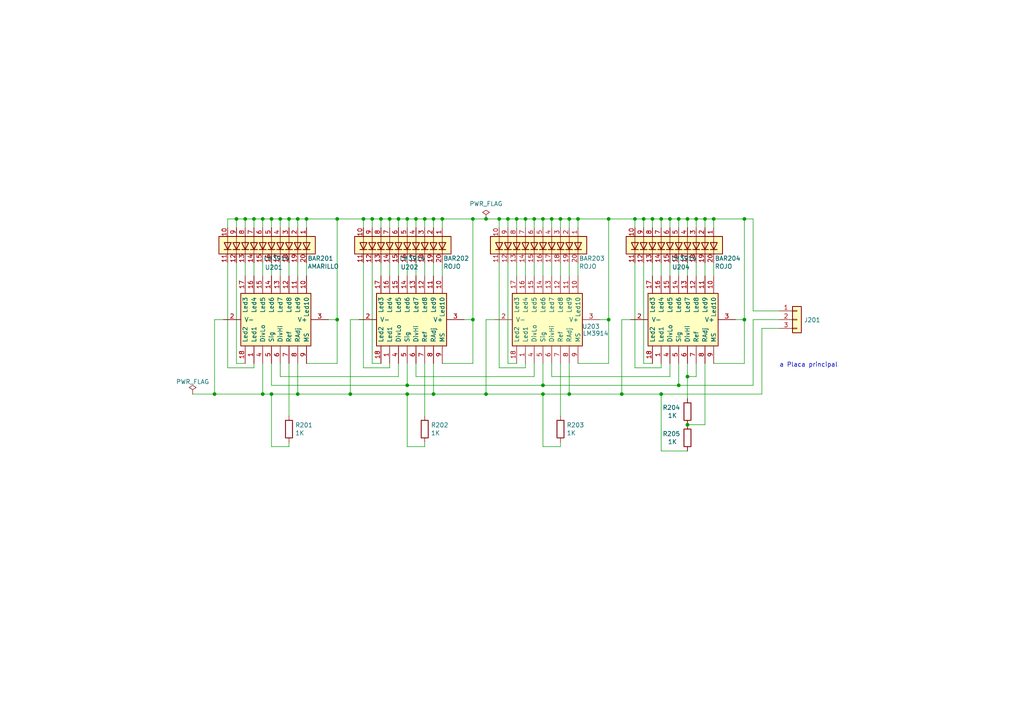
<source format=kicad_sch>
(kicad_sch (version 20211123) (generator eeschema)

  (uuid 55b65630-b0d5-4357-8d88-c8cb2715a292)

  (paper "A4")

  (title_block
    (title "Barra de Cortocircuito para 3er Riel")
    (date "2022-07-11")
    (rev "2.2")
  )

  (lib_symbols
    (symbol "BarraCorto-rescue:LM3914-BarraCorto" (pin_names (offset 1.016)) (in_bom yes) (on_board yes)
      (property "Reference" "U" (id 0) (at -7.62 11.43 0)
        (effects (font (size 1.27 1.27)))
      )
      (property "Value" "LM3914-BarraCorto" (id 1) (at -7.62 -11.43 0)
        (effects (font (size 1.27 1.27)))
      )
      (property "Footprint" "" (id 2) (at 0 0 0)
        (effects (font (size 1.27 1.27)) hide)
      )
      (property "Datasheet" "" (id 3) (at 0 0 0)
        (effects (font (size 1.27 1.27)) hide)
      )
      (property "ki_fp_filters" "DIP*W7.62mm* SOIC*3.9x9.9mm*P1.27mm* TSSOP*4.4x5mm*P0.65mm*" (id 4) (at 0 0 0)
        (effects (font (size 1.27 1.27)) hide)
      )
      (symbol "LM3914-BarraCorto_1_0"
        (pin output line (at -12.7 6.35 0) (length 5.08)
          (name "Led1" (effects (font (size 1.27 1.27))))
          (number "1" (effects (font (size 1.27 1.27))))
        )
        (pin output line (at 12.7 -6.35 180) (length 5.08)
          (name "Led9" (effects (font (size 1.27 1.27))))
          (number "11" (effects (font (size 1.27 1.27))))
        )
        (pin output line (at 12.7 -3.81 180) (length 5.08)
          (name "Led8" (effects (font (size 1.27 1.27))))
          (number "12" (effects (font (size 1.27 1.27))))
        )
        (pin output line (at 12.7 -1.27 180) (length 5.08)
          (name "Led7" (effects (font (size 1.27 1.27))))
          (number "13" (effects (font (size 1.27 1.27))))
        )
        (pin output line (at 12.7 1.27 180) (length 5.08)
          (name "Led6" (effects (font (size 1.27 1.27))))
          (number "14" (effects (font (size 1.27 1.27))))
        )
        (pin output line (at 12.7 3.81 180) (length 5.08)
          (name "Led5" (effects (font (size 1.27 1.27))))
          (number "15" (effects (font (size 1.27 1.27))))
        )
        (pin output line (at 12.7 6.35 180) (length 5.08)
          (name "Led4" (effects (font (size 1.27 1.27))))
          (number "16" (effects (font (size 1.27 1.27))))
        )
        (pin output line (at 12.7 8.89 180) (length 5.08)
          (name "Led3" (effects (font (size 1.27 1.27))))
          (number "17" (effects (font (size 1.27 1.27))))
        )
        (pin output line (at -12.7 8.89 0) (length 5.08)
          (name "Led2" (effects (font (size 1.27 1.27))))
          (number "18" (effects (font (size 1.27 1.27))))
        )
        (pin power_in line (at 0 15.24 270) (length 5.08)
          (name "V-" (effects (font (size 1.27 1.27))))
          (number "2" (effects (font (size 1.27 1.27))))
        )
        (pin power_in line (at 0 -15.24 90) (length 5.08)
          (name "V+" (effects (font (size 1.27 1.27))))
          (number "3" (effects (font (size 1.27 1.27))))
        )
        (pin input line (at -12.7 3.81 0) (length 5.08)
          (name "DivLo" (effects (font (size 1.27 1.27))))
          (number "4" (effects (font (size 1.27 1.27))))
        )
        (pin input line (at -12.7 1.27 0) (length 5.08)
          (name "Sig" (effects (font (size 1.27 1.27))))
          (number "5" (effects (font (size 1.27 1.27))))
        )
        (pin input line (at -12.7 -1.27 0) (length 5.08)
          (name "DivHi" (effects (font (size 1.27 1.27))))
          (number "6" (effects (font (size 1.27 1.27))))
        )
        (pin output line (at -12.7 -3.81 0) (length 5.08)
          (name "Ref" (effects (font (size 1.27 1.27))))
          (number "7" (effects (font (size 1.27 1.27))))
        )
        (pin input line (at -12.7 -6.35 0) (length 5.08)
          (name "RAdj" (effects (font (size 1.27 1.27))))
          (number "8" (effects (font (size 1.27 1.27))))
        )
        (pin input line (at -12.7 -8.89 0) (length 5.08)
          (name "MS" (effects (font (size 1.27 1.27))))
          (number "9" (effects (font (size 1.27 1.27))))
        )
      )
      (symbol "LM3914-BarraCorto_1_1"
        (rectangle (start -7.62 10.16) (end 7.62 -10.16)
          (stroke (width 0.254) (type default) (color 0 0 0 0))
          (fill (type background))
        )
        (pin output line (at 12.7 -8.89 180) (length 5.08)
          (name "Led10" (effects (font (size 1.27 1.27))))
          (number "10" (effects (font (size 1.27 1.27))))
        )
      )
    )
    (symbol "Connector_Generic:Conn_01x03" (pin_names (offset 1.016) hide) (in_bom yes) (on_board yes)
      (property "Reference" "J" (id 0) (at 0 5.08 0)
        (effects (font (size 1.27 1.27)))
      )
      (property "Value" "Conn_01x03" (id 1) (at 0 -5.08 0)
        (effects (font (size 1.27 1.27)))
      )
      (property "Footprint" "" (id 2) (at 0 0 0)
        (effects (font (size 1.27 1.27)) hide)
      )
      (property "Datasheet" "~" (id 3) (at 0 0 0)
        (effects (font (size 1.27 1.27)) hide)
      )
      (property "ki_keywords" "connector" (id 4) (at 0 0 0)
        (effects (font (size 1.27 1.27)) hide)
      )
      (property "ki_description" "Generic connector, single row, 01x03, script generated (kicad-library-utils/schlib/autogen/connector/)" (id 5) (at 0 0 0)
        (effects (font (size 1.27 1.27)) hide)
      )
      (property "ki_fp_filters" "Connector*:*_1x??_*" (id 6) (at 0 0 0)
        (effects (font (size 1.27 1.27)) hide)
      )
      (symbol "Conn_01x03_1_1"
        (rectangle (start -1.27 -2.413) (end 0 -2.667)
          (stroke (width 0.1524) (type default) (color 0 0 0 0))
          (fill (type none))
        )
        (rectangle (start -1.27 0.127) (end 0 -0.127)
          (stroke (width 0.1524) (type default) (color 0 0 0 0))
          (fill (type none))
        )
        (rectangle (start -1.27 2.667) (end 0 2.413)
          (stroke (width 0.1524) (type default) (color 0 0 0 0))
          (fill (type none))
        )
        (rectangle (start -1.27 3.81) (end 1.27 -3.81)
          (stroke (width 0.254) (type default) (color 0 0 0 0))
          (fill (type background))
        )
        (pin passive line (at -5.08 2.54 0) (length 3.81)
          (name "Pin_1" (effects (font (size 1.27 1.27))))
          (number "1" (effects (font (size 1.27 1.27))))
        )
        (pin passive line (at -5.08 0 0) (length 3.81)
          (name "Pin_2" (effects (font (size 1.27 1.27))))
          (number "2" (effects (font (size 1.27 1.27))))
        )
        (pin passive line (at -5.08 -2.54 0) (length 3.81)
          (name "Pin_3" (effects (font (size 1.27 1.27))))
          (number "3" (effects (font (size 1.27 1.27))))
        )
      )
    )
    (symbol "Device:R" (pin_numbers hide) (pin_names (offset 0)) (in_bom yes) (on_board yes)
      (property "Reference" "R" (id 0) (at 2.032 0 90)
        (effects (font (size 1.27 1.27)))
      )
      (property "Value" "R" (id 1) (at 0 0 90)
        (effects (font (size 1.27 1.27)))
      )
      (property "Footprint" "" (id 2) (at -1.778 0 90)
        (effects (font (size 1.27 1.27)) hide)
      )
      (property "Datasheet" "~" (id 3) (at 0 0 0)
        (effects (font (size 1.27 1.27)) hide)
      )
      (property "ki_keywords" "R res resistor" (id 4) (at 0 0 0)
        (effects (font (size 1.27 1.27)) hide)
      )
      (property "ki_description" "Resistor" (id 5) (at 0 0 0)
        (effects (font (size 1.27 1.27)) hide)
      )
      (property "ki_fp_filters" "R_*" (id 6) (at 0 0 0)
        (effects (font (size 1.27 1.27)) hide)
      )
      (symbol "R_0_1"
        (rectangle (start -1.016 -2.54) (end 1.016 2.54)
          (stroke (width 0.254) (type default) (color 0 0 0 0))
          (fill (type none))
        )
      )
      (symbol "R_1_1"
        (pin passive line (at 0 3.81 270) (length 1.27)
          (name "~" (effects (font (size 1.27 1.27))))
          (number "1" (effects (font (size 1.27 1.27))))
        )
        (pin passive line (at 0 -3.81 90) (length 1.27)
          (name "~" (effects (font (size 1.27 1.27))))
          (number "2" (effects (font (size 1.27 1.27))))
        )
      )
    )
    (symbol "LED:HDSP-4830_2" (pin_names (offset 1.016) hide) (in_bom yes) (on_board yes)
      (property "Reference" "BAR" (id 0) (at 0 15.24 0)
        (effects (font (size 1.27 1.27)))
      )
      (property "Value" "HDSP-4830_2" (id 1) (at 0 -17.78 0)
        (effects (font (size 1.27 1.27)))
      )
      (property "Footprint" "Display:HDSP-4830" (id 2) (at 0 -20.32 0)
        (effects (font (size 1.27 1.27)) hide)
      )
      (property "Datasheet" "https://docs.broadcom.com/docs/AV02-1798EN" (id 3) (at -50.8 5.08 0)
        (effects (font (size 1.27 1.27)) hide)
      )
      (property "ki_keywords" "display LED array" (id 4) (at 0 0 0)
        (effects (font (size 1.27 1.27)) hide)
      )
      (property "ki_description" "BAR GRAPH 10 segment block, high efficiency red" (id 5) (at 0 0 0)
        (effects (font (size 1.27 1.27)) hide)
      )
      (property "ki_fp_filters" "HDSP?48*" (id 6) (at 0 0 0)
        (effects (font (size 1.27 1.27)) hide)
      )
      (symbol "HDSP-4830_2_0_1"
        (rectangle (start -2.54 12.7) (end 2.54 -15.24)
          (stroke (width 0.254) (type default) (color 0 0 0 0))
          (fill (type background))
        )
        (polyline
          (pts
            (xy -2.54 -12.7)
            (xy 2.54 -12.7)
          )
          (stroke (width 0) (type default) (color 0 0 0 0))
          (fill (type none))
        )
        (polyline
          (pts
            (xy -2.54 -10.16)
            (xy 2.54 -10.16)
          )
          (stroke (width 0) (type default) (color 0 0 0 0))
          (fill (type none))
        )
        (polyline
          (pts
            (xy -2.54 -7.62)
            (xy 2.54 -7.62)
          )
          (stroke (width 0) (type default) (color 0 0 0 0))
          (fill (type none))
        )
        (polyline
          (pts
            (xy -2.54 -5.08)
            (xy 2.54 -5.08)
          )
          (stroke (width 0) (type default) (color 0 0 0 0))
          (fill (type none))
        )
        (polyline
          (pts
            (xy -2.54 0)
            (xy 2.54 0)
          )
          (stroke (width 0) (type default) (color 0 0 0 0))
          (fill (type none))
        )
        (polyline
          (pts
            (xy -2.54 5.08)
            (xy 2.54 5.08)
          )
          (stroke (width 0) (type default) (color 0 0 0 0))
          (fill (type none))
        )
        (polyline
          (pts
            (xy -2.54 7.62)
            (xy 2.54 7.62)
          )
          (stroke (width 0) (type default) (color 0 0 0 0))
          (fill (type none))
        )
        (polyline
          (pts
            (xy -2.54 10.16)
            (xy 2.54 10.16)
          )
          (stroke (width 0) (type default) (color 0 0 0 0))
          (fill (type none))
        )
        (polyline
          (pts
            (xy 1.27 -11.684)
            (xy 1.27 -13.716)
          )
          (stroke (width 0.254) (type default) (color 0 0 0 0))
          (fill (type none))
        )
        (polyline
          (pts
            (xy 1.27 -9.144)
            (xy 1.27 -11.176)
          )
          (stroke (width 0.254) (type default) (color 0 0 0 0))
          (fill (type none))
        )
        (polyline
          (pts
            (xy 1.27 -6.604)
            (xy 1.27 -8.636)
          )
          (stroke (width 0.254) (type default) (color 0 0 0 0))
          (fill (type none))
        )
        (polyline
          (pts
            (xy 1.27 -4.064)
            (xy 1.27 -6.096)
          )
          (stroke (width 0.254) (type default) (color 0 0 0 0))
          (fill (type none))
        )
        (polyline
          (pts
            (xy 1.27 -1.524)
            (xy 1.27 -3.556)
          )
          (stroke (width 0.254) (type default) (color 0 0 0 0))
          (fill (type none))
        )
        (polyline
          (pts
            (xy 1.27 1.016)
            (xy 1.27 -1.016)
          )
          (stroke (width 0.254) (type default) (color 0 0 0 0))
          (fill (type none))
        )
        (polyline
          (pts
            (xy 1.27 3.556)
            (xy 1.27 1.524)
          )
          (stroke (width 0.254) (type default) (color 0 0 0 0))
          (fill (type none))
        )
        (polyline
          (pts
            (xy 1.27 6.096)
            (xy 1.27 4.064)
          )
          (stroke (width 0.254) (type default) (color 0 0 0 0))
          (fill (type none))
        )
        (polyline
          (pts
            (xy 1.27 8.636)
            (xy 1.27 6.604)
          )
          (stroke (width 0.254) (type default) (color 0 0 0 0))
          (fill (type none))
        )
        (polyline
          (pts
            (xy 1.27 11.176)
            (xy 1.27 9.144)
          )
          (stroke (width 0.254) (type default) (color 0 0 0 0))
          (fill (type none))
        )
        (polyline
          (pts
            (xy 2.54 -2.54)
            (xy -2.54 -2.54)
          )
          (stroke (width 0) (type default) (color 0 0 0 0))
          (fill (type none))
        )
        (polyline
          (pts
            (xy 2.54 2.54)
            (xy -2.54 2.54)
          )
          (stroke (width 0) (type default) (color 0 0 0 0))
          (fill (type none))
        )
        (polyline
          (pts
            (xy -0.762 -11.684)
            (xy -0.762 -13.716)
            (xy 1.27 -12.7)
            (xy -0.762 -11.684)
          )
          (stroke (width 0.254) (type default) (color 0 0 0 0))
          (fill (type none))
        )
        (polyline
          (pts
            (xy -0.762 -9.144)
            (xy -0.762 -11.176)
            (xy 1.27 -10.16)
            (xy -0.762 -9.144)
          )
          (stroke (width 0.254) (type default) (color 0 0 0 0))
          (fill (type none))
        )
        (polyline
          (pts
            (xy -0.762 -6.604)
            (xy -0.762 -8.636)
            (xy 1.27 -7.62)
            (xy -0.762 -6.604)
          )
          (stroke (width 0.254) (type default) (color 0 0 0 0))
          (fill (type none))
        )
        (polyline
          (pts
            (xy -0.762 -4.064)
            (xy -0.762 -6.096)
            (xy 1.27 -5.08)
            (xy -0.762 -4.064)
          )
          (stroke (width 0.254) (type default) (color 0 0 0 0))
          (fill (type none))
        )
        (polyline
          (pts
            (xy -0.762 -1.524)
            (xy -0.762 -3.556)
            (xy 1.27 -2.54)
            (xy -0.762 -1.524)
          )
          (stroke (width 0.254) (type default) (color 0 0 0 0))
          (fill (type none))
        )
        (polyline
          (pts
            (xy -0.762 1.016)
            (xy -0.762 -1.016)
            (xy 1.27 0)
            (xy -0.762 1.016)
          )
          (stroke (width 0.254) (type default) (color 0 0 0 0))
          (fill (type none))
        )
        (polyline
          (pts
            (xy -0.762 3.556)
            (xy -0.762 1.524)
            (xy 1.27 2.54)
            (xy -0.762 3.556)
          )
          (stroke (width 0.254) (type default) (color 0 0 0 0))
          (fill (type none))
        )
        (polyline
          (pts
            (xy -0.762 6.096)
            (xy -0.762 4.064)
            (xy 1.27 5.08)
            (xy -0.762 6.096)
          )
          (stroke (width 0.254) (type default) (color 0 0 0 0))
          (fill (type none))
        )
        (polyline
          (pts
            (xy -0.762 8.636)
            (xy -0.762 6.604)
            (xy 1.27 7.62)
            (xy -0.762 8.636)
          )
          (stroke (width 0.254) (type default) (color 0 0 0 0))
          (fill (type none))
        )
        (polyline
          (pts
            (xy -0.762 11.176)
            (xy -0.762 9.144)
            (xy 1.27 10.16)
            (xy -0.762 11.176)
          )
          (stroke (width 0.254) (type default) (color 0 0 0 0))
          (fill (type none))
        )
      )
      (symbol "HDSP-4830_2_1_1"
        (pin passive line (at -5.08 10.16 0) (length 2.54)
          (name "A" (effects (font (size 1.27 1.27))))
          (number "1" (effects (font (size 1.27 1.27))))
        )
        (pin passive line (at -5.08 -12.7 0) (length 2.54)
          (name "A" (effects (font (size 1.27 1.27))))
          (number "10" (effects (font (size 1.27 1.27))))
        )
        (pin passive line (at 5.08 -12.7 180) (length 2.54)
          (name "K" (effects (font (size 1.27 1.27))))
          (number "11" (effects (font (size 1.27 1.27))))
        )
        (pin passive line (at 5.08 -10.16 180) (length 2.54)
          (name "K" (effects (font (size 1.27 1.27))))
          (number "12" (effects (font (size 1.27 1.27))))
        )
        (pin passive line (at 5.08 -7.62 180) (length 2.54)
          (name "K" (effects (font (size 1.27 1.27))))
          (number "13" (effects (font (size 1.27 1.27))))
        )
        (pin passive line (at 5.08 -5.08 180) (length 2.54)
          (name "K" (effects (font (size 1.27 1.27))))
          (number "14" (effects (font (size 1.27 1.27))))
        )
        (pin passive line (at 5.08 -2.54 180) (length 2.54)
          (name "K" (effects (font (size 1.27 1.27))))
          (number "15" (effects (font (size 1.27 1.27))))
        )
        (pin passive line (at 5.08 0 180) (length 2.54)
          (name "K" (effects (font (size 1.27 1.27))))
          (number "16" (effects (font (size 1.27 1.27))))
        )
        (pin passive line (at 5.08 2.54 180) (length 2.54)
          (name "K" (effects (font (size 1.27 1.27))))
          (number "17" (effects (font (size 1.27 1.27))))
        )
        (pin passive line (at 5.08 5.08 180) (length 2.54)
          (name "K" (effects (font (size 1.27 1.27))))
          (number "18" (effects (font (size 1.27 1.27))))
        )
        (pin passive line (at 5.08 7.62 180) (length 2.54)
          (name "K" (effects (font (size 1.27 1.27))))
          (number "19" (effects (font (size 1.27 1.27))))
        )
        (pin passive line (at -5.08 7.62 0) (length 2.54)
          (name "A" (effects (font (size 1.27 1.27))))
          (number "2" (effects (font (size 1.27 1.27))))
        )
        (pin passive line (at 5.08 10.16 180) (length 2.54)
          (name "K" (effects (font (size 1.27 1.27))))
          (number "20" (effects (font (size 1.27 1.27))))
        )
        (pin passive line (at -5.08 5.08 0) (length 2.54)
          (name "A" (effects (font (size 1.27 1.27))))
          (number "3" (effects (font (size 1.27 1.27))))
        )
        (pin passive line (at -5.08 2.54 0) (length 2.54)
          (name "A" (effects (font (size 1.27 1.27))))
          (number "4" (effects (font (size 1.27 1.27))))
        )
        (pin passive line (at -5.08 0 0) (length 2.54)
          (name "A" (effects (font (size 1.27 1.27))))
          (number "5" (effects (font (size 1.27 1.27))))
        )
        (pin passive line (at -5.08 -2.54 0) (length 2.54)
          (name "A" (effects (font (size 1.27 1.27))))
          (number "6" (effects (font (size 1.27 1.27))))
        )
        (pin passive line (at -5.08 -5.08 0) (length 2.54)
          (name "A" (effects (font (size 1.27 1.27))))
          (number "7" (effects (font (size 1.27 1.27))))
        )
        (pin passive line (at -5.08 -7.62 0) (length 2.54)
          (name "A" (effects (font (size 1.27 1.27))))
          (number "8" (effects (font (size 1.27 1.27))))
        )
        (pin passive line (at -5.08 -10.16 0) (length 2.54)
          (name "A" (effects (font (size 1.27 1.27))))
          (number "9" (effects (font (size 1.27 1.27))))
        )
      )
    )
    (symbol "LM3914-BarraCorto_1" (pin_names (offset 1.016)) (in_bom yes) (on_board yes)
      (property "Reference" "U202" (id 0) (at 15.24 -1.9812 90)
        (effects (font (size 1.27 1.27)) (justify left))
      )
      (property "Value" "LM3914-BarraCorto_1" (id 1) (at 17.78 -3.9878 90)
        (effects (font (size 1.27 1.27)) (justify left))
      )
      (property "Footprint" "Package_DIP:DIP-18_W7.62mm_Socket" (id 2) (at 0 0 0)
        (effects (font (size 1.27 1.27)) hide)
      )
      (property "Datasheet" "http://www.ti.com/lit/ds/symlink/cd4543b.pdf" (id 3) (at 0 0 0)
        (effects (font (size 1.27 1.27)) hide)
      )
      (property "ki_fp_filters" "DIP*W7.62mm* SOIC*3.9x9.9mm*P1.27mm* TSSOP*4.4x5mm*P0.65mm*" (id 4) (at 0 0 0)
        (effects (font (size 1.27 1.27)) hide)
      )
      (symbol "LM3914-BarraCorto_1_1_0"
        (pin output line (at -12.7 6.35 0) (length 5.08)
          (name "Led1" (effects (font (size 1.27 1.27))))
          (number "1" (effects (font (size 1.27 1.27))))
        )
        (pin output line (at 12.7 -6.35 180) (length 5.08)
          (name "Led9" (effects (font (size 1.27 1.27))))
          (number "11" (effects (font (size 1.27 1.27))))
        )
        (pin output line (at 12.7 -3.81 180) (length 5.08)
          (name "Led8" (effects (font (size 1.27 1.27))))
          (number "12" (effects (font (size 1.27 1.27))))
        )
        (pin output line (at 12.7 -1.27 180) (length 5.08)
          (name "Led7" (effects (font (size 1.27 1.27))))
          (number "13" (effects (font (size 1.27 1.27))))
        )
        (pin output line (at 12.7 1.27 180) (length 5.08)
          (name "Led6" (effects (font (size 1.27 1.27))))
          (number "14" (effects (font (size 1.27 1.27))))
        )
        (pin output line (at 12.7 3.81 180) (length 5.08)
          (name "Led5" (effects (font (size 1.27 1.27))))
          (number "15" (effects (font (size 1.27 1.27))))
        )
        (pin output line (at 12.7 6.35 180) (length 5.08)
          (name "Led4" (effects (font (size 1.27 1.27))))
          (number "16" (effects (font (size 1.27 1.27))))
        )
        (pin output line (at 12.7 8.89 180) (length 5.08)
          (name "Led3" (effects (font (size 1.27 1.27))))
          (number "17" (effects (font (size 1.27 1.27))))
        )
        (pin output line (at -12.7 8.89 0) (length 5.08)
          (name "Led2" (effects (font (size 1.27 1.27))))
          (number "18" (effects (font (size 1.27 1.27))))
        )
        (pin power_in line (at 0 15.24 270) (length 5.08)
          (name "V-" (effects (font (size 1.27 1.27))))
          (number "2" (effects (font (size 1.27 1.27))))
        )
        (pin power_in line (at 0 -15.24 90) (length 5.08)
          (name "V+" (effects (font (size 1.27 1.27))))
          (number "3" (effects (font (size 1.27 1.27))))
        )
        (pin input line (at -12.7 3.81 0) (length 5.08)
          (name "DivLo" (effects (font (size 1.27 1.27))))
          (number "4" (effects (font (size 1.27 1.27))))
        )
        (pin input line (at -12.7 1.27 0) (length 5.08)
          (name "Sig" (effects (font (size 1.27 1.27))))
          (number "5" (effects (font (size 1.27 1.27))))
        )
        (pin bidirectional line (at -12.7 -1.27 0) (length 5.08)
          (name "DivHi" (effects (font (size 1.27 1.27))))
          (number "6" (effects (font (size 1.27 1.27))))
        )
        (pin output line (at -12.7 -3.81 0) (length 5.08)
          (name "Ref" (effects (font (size 1.27 1.27))))
          (number "7" (effects (font (size 1.27 1.27))))
        )
        (pin input line (at -12.7 -6.35 0) (length 5.08)
          (name "RAdj" (effects (font (size 1.27 1.27))))
          (number "8" (effects (font (size 1.27 1.27))))
        )
        (pin input line (at -12.7 -8.89 0) (length 5.08)
          (name "MS" (effects (font (size 1.27 1.27))))
          (number "9" (effects (font (size 1.27 1.27))))
        )
      )
      (symbol "LM3914-BarraCorto_1_1_1"
        (rectangle (start -7.62 10.16) (end 7.62 -10.16)
          (stroke (width 0.254) (type default) (color 0 0 0 0))
          (fill (type background))
        )
        (pin output line (at 12.7 -8.89 180) (length 5.08)
          (name "Led10" (effects (font (size 1.27 1.27))))
          (number "10" (effects (font (size 1.27 1.27))))
        )
      )
    )
    (symbol "LM3914-BarraCorto_2" (pin_names (offset 1.016)) (in_bom yes) (on_board yes)
      (property "Reference" "U201" (id 0) (at 15.1638 -1.9812 90)
        (effects (font (size 1.27 1.27)) (justify left))
      )
      (property "Value" "LM3914-BarraCorto_2" (id 1) (at 17.78 -3.9878 90)
        (effects (font (size 1.27 1.27)) (justify left))
      )
      (property "Footprint" "Package_DIP:DIP-18_W7.62mm_Socket" (id 2) (at 0 0 0)
        (effects (font (size 1.27 1.27)) hide)
      )
      (property "Datasheet" "http://www.ti.com/lit/ds/symlink/cd4543b.pdf" (id 3) (at 0 0 0)
        (effects (font (size 1.27 1.27)) hide)
      )
      (property "ki_fp_filters" "DIP*W7.62mm* SOIC*3.9x9.9mm*P1.27mm* TSSOP*4.4x5mm*P0.65mm*" (id 4) (at 0 0 0)
        (effects (font (size 1.27 1.27)) hide)
      )
      (symbol "LM3914-BarraCorto_2_1_0"
        (pin output line (at -12.7 6.35 0) (length 5.08)
          (name "Led1" (effects (font (size 1.27 1.27))))
          (number "1" (effects (font (size 1.27 1.27))))
        )
        (pin output line (at 12.7 -6.35 180) (length 5.08)
          (name "Led9" (effects (font (size 1.27 1.27))))
          (number "11" (effects (font (size 1.27 1.27))))
        )
        (pin output line (at 12.7 -3.81 180) (length 5.08)
          (name "Led8" (effects (font (size 1.27 1.27))))
          (number "12" (effects (font (size 1.27 1.27))))
        )
        (pin output line (at 12.7 -1.27 180) (length 5.08)
          (name "Led7" (effects (font (size 1.27 1.27))))
          (number "13" (effects (font (size 1.27 1.27))))
        )
        (pin output line (at 12.7 1.27 180) (length 5.08)
          (name "Led6" (effects (font (size 1.27 1.27))))
          (number "14" (effects (font (size 1.27 1.27))))
        )
        (pin output line (at 12.7 3.81 180) (length 5.08)
          (name "Led5" (effects (font (size 1.27 1.27))))
          (number "15" (effects (font (size 1.27 1.27))))
        )
        (pin output line (at 12.7 6.35 180) (length 5.08)
          (name "Led4" (effects (font (size 1.27 1.27))))
          (number "16" (effects (font (size 1.27 1.27))))
        )
        (pin output line (at 12.7 8.89 180) (length 5.08)
          (name "Led3" (effects (font (size 1.27 1.27))))
          (number "17" (effects (font (size 1.27 1.27))))
        )
        (pin output line (at -12.7 8.89 0) (length 5.08)
          (name "Led2" (effects (font (size 1.27 1.27))))
          (number "18" (effects (font (size 1.27 1.27))))
        )
        (pin power_in line (at 0 15.24 270) (length 5.08)
          (name "V-" (effects (font (size 1.27 1.27))))
          (number "2" (effects (font (size 1.27 1.27))))
        )
        (pin power_in line (at 0 -15.24 90) (length 5.08)
          (name "V+" (effects (font (size 1.27 1.27))))
          (number "3" (effects (font (size 1.27 1.27))))
        )
        (pin input line (at -12.7 3.81 0) (length 5.08)
          (name "DivLo" (effects (font (size 1.27 1.27))))
          (number "4" (effects (font (size 1.27 1.27))))
        )
        (pin input line (at -12.7 1.27 0) (length 5.08)
          (name "Sig" (effects (font (size 1.27 1.27))))
          (number "5" (effects (font (size 1.27 1.27))))
        )
        (pin bidirectional line (at -12.7 -1.27 0) (length 5.08)
          (name "DivHi" (effects (font (size 1.27 1.27))))
          (number "6" (effects (font (size 1.27 1.27))))
        )
        (pin output line (at -12.7 -3.81 0) (length 5.08)
          (name "Ref" (effects (font (size 1.27 1.27))))
          (number "7" (effects (font (size 1.27 1.27))))
        )
        (pin input line (at -12.7 -6.35 0) (length 5.08)
          (name "RAdj" (effects (font (size 1.27 1.27))))
          (number "8" (effects (font (size 1.27 1.27))))
        )
        (pin input line (at -12.7 -8.89 0) (length 5.08)
          (name "MS" (effects (font (size 1.27 1.27))))
          (number "9" (effects (font (size 1.27 1.27))))
        )
      )
      (symbol "LM3914-BarraCorto_2_1_1"
        (rectangle (start -7.62 10.16) (end 7.62 -10.16)
          (stroke (width 0.254) (type default) (color 0 0 0 0))
          (fill (type background))
        )
        (pin output line (at 12.7 -8.89 180) (length 5.08)
          (name "Led10" (effects (font (size 1.27 1.27))))
          (number "10" (effects (font (size 1.27 1.27))))
        )
      )
    )
    (symbol "LM3914-BarraCorto_3" (pin_names (offset 1.016)) (in_bom yes) (on_board yes)
      (property "Reference" "U204" (id 0) (at 15.24 -1.9812 90)
        (effects (font (size 1.27 1.27)) (justify left))
      )
      (property "Value" "LM3914-BarraCorto_3" (id 1) (at 17.78 -3.9878 90)
        (effects (font (size 1.27 1.27)) (justify left))
      )
      (property "Footprint" "Package_DIP:DIP-18_W7.62mm_Socket" (id 2) (at 0 0 0)
        (effects (font (size 1.27 1.27)) hide)
      )
      (property "Datasheet" "http://www.ti.com/lit/ds/symlink/cd4543b.pdf" (id 3) (at 0 0 0)
        (effects (font (size 1.27 1.27)) hide)
      )
      (property "ki_fp_filters" "DIP*W7.62mm* SOIC*3.9x9.9mm*P1.27mm* TSSOP*4.4x5mm*P0.65mm*" (id 4) (at 0 0 0)
        (effects (font (size 1.27 1.27)) hide)
      )
      (symbol "LM3914-BarraCorto_3_1_0"
        (pin output line (at -12.7 6.35 0) (length 5.08)
          (name "Led1" (effects (font (size 1.27 1.27))))
          (number "1" (effects (font (size 1.27 1.27))))
        )
        (pin output line (at 12.7 -6.35 180) (length 5.08)
          (name "Led9" (effects (font (size 1.27 1.27))))
          (number "11" (effects (font (size 1.27 1.27))))
        )
        (pin output line (at 12.7 -3.81 180) (length 5.08)
          (name "Led8" (effects (font (size 1.27 1.27))))
          (number "12" (effects (font (size 1.27 1.27))))
        )
        (pin output line (at 12.7 -1.27 180) (length 5.08)
          (name "Led7" (effects (font (size 1.27 1.27))))
          (number "13" (effects (font (size 1.27 1.27))))
        )
        (pin output line (at 12.7 1.27 180) (length 5.08)
          (name "Led6" (effects (font (size 1.27 1.27))))
          (number "14" (effects (font (size 1.27 1.27))))
        )
        (pin output line (at 12.7 3.81 180) (length 5.08)
          (name "Led5" (effects (font (size 1.27 1.27))))
          (number "15" (effects (font (size 1.27 1.27))))
        )
        (pin output line (at 12.7 6.35 180) (length 5.08)
          (name "Led4" (effects (font (size 1.27 1.27))))
          (number "16" (effects (font (size 1.27 1.27))))
        )
        (pin output line (at 12.7 8.89 180) (length 5.08)
          (name "Led3" (effects (font (size 1.27 1.27))))
          (number "17" (effects (font (size 1.27 1.27))))
        )
        (pin output line (at -12.7 8.89 0) (length 5.08)
          (name "Led2" (effects (font (size 1.27 1.27))))
          (number "18" (effects (font (size 1.27 1.27))))
        )
        (pin power_in line (at 0 15.24 270) (length 5.08)
          (name "V-" (effects (font (size 1.27 1.27))))
          (number "2" (effects (font (size 1.27 1.27))))
        )
        (pin power_in line (at 0 -15.24 90) (length 5.08)
          (name "V+" (effects (font (size 1.27 1.27))))
          (number "3" (effects (font (size 1.27 1.27))))
        )
        (pin bidirectional line (at -12.7 3.81 0) (length 5.08)
          (name "DivLo" (effects (font (size 1.27 1.27))))
          (number "4" (effects (font (size 1.27 1.27))))
        )
        (pin input line (at -12.7 1.27 0) (length 5.08)
          (name "Sig" (effects (font (size 1.27 1.27))))
          (number "5" (effects (font (size 1.27 1.27))))
        )
        (pin input line (at -12.7 -1.27 0) (length 5.08)
          (name "DivHi" (effects (font (size 1.27 1.27))))
          (number "6" (effects (font (size 1.27 1.27))))
        )
        (pin output line (at -12.7 -3.81 0) (length 5.08)
          (name "Ref" (effects (font (size 1.27 1.27))))
          (number "7" (effects (font (size 1.27 1.27))))
        )
        (pin input line (at -12.7 -6.35 0) (length 5.08)
          (name "RAdj" (effects (font (size 1.27 1.27))))
          (number "8" (effects (font (size 1.27 1.27))))
        )
        (pin input line (at -12.7 -8.89 0) (length 5.08)
          (name "MS" (effects (font (size 1.27 1.27))))
          (number "9" (effects (font (size 1.27 1.27))))
        )
      )
      (symbol "LM3914-BarraCorto_3_1_1"
        (rectangle (start -7.62 10.16) (end 7.62 -10.16)
          (stroke (width 0.254) (type default) (color 0 0 0 0))
          (fill (type background))
        )
        (pin output line (at 12.7 -8.89 180) (length 5.08)
          (name "Led10" (effects (font (size 1.27 1.27))))
          (number "10" (effects (font (size 1.27 1.27))))
        )
      )
    )
    (symbol "power:PWR_FLAG" (power) (pin_numbers hide) (pin_names (offset 0) hide) (in_bom yes) (on_board yes)
      (property "Reference" "#FLG" (id 0) (at 0 1.905 0)
        (effects (font (size 1.27 1.27)) hide)
      )
      (property "Value" "PWR_FLAG" (id 1) (at 0 3.81 0)
        (effects (font (size 1.27 1.27)))
      )
      (property "Footprint" "" (id 2) (at 0 0 0)
        (effects (font (size 1.27 1.27)) hide)
      )
      (property "Datasheet" "~" (id 3) (at 0 0 0)
        (effects (font (size 1.27 1.27)) hide)
      )
      (property "ki_keywords" "power-flag" (id 4) (at 0 0 0)
        (effects (font (size 1.27 1.27)) hide)
      )
      (property "ki_description" "Special symbol for telling ERC where power comes from" (id 5) (at 0 0 0)
        (effects (font (size 1.27 1.27)) hide)
      )
      (symbol "PWR_FLAG_0_0"
        (pin power_out line (at 0 0 90) (length 0)
          (name "pwr" (effects (font (size 1.27 1.27))))
          (number "1" (effects (font (size 1.27 1.27))))
        )
      )
      (symbol "PWR_FLAG_0_1"
        (polyline
          (pts
            (xy 0 0)
            (xy 0 1.27)
            (xy -1.016 1.905)
            (xy 0 2.54)
            (xy 1.016 1.905)
            (xy 0 1.27)
          )
          (stroke (width 0) (type default) (color 0 0 0 0))
          (fill (type none))
        )
      )
    )
  )


  (junction (at 125.73 114.3) (diameter 0) (color 0 0 0 0)
    (uuid 0260761f-f808-4ab9-9e46-20feee53a284)
  )
  (junction (at 115.57 63.5) (diameter 0) (color 0 0 0 0)
    (uuid 04b881dd-8fcb-407d-84aa-2cc660564216)
  )
  (junction (at 157.48 114.3) (diameter 0) (color 0 0 0 0)
    (uuid 062b1185-289b-4bc9-a788-c4b9999015cb)
  )
  (junction (at 191.77 114.3) (diameter 0) (color 0 0 0 0)
    (uuid 06e64594-1bb0-4772-a6e0-88a521aa3fd0)
  )
  (junction (at 176.53 92.71) (diameter 0) (color 0 0 0 0)
    (uuid 0a2e0631-944d-48d5-aa7c-417eea4fafbd)
  )
  (junction (at 120.65 63.5) (diameter 0) (color 0 0 0 0)
    (uuid 0f28fad5-06e5-49f5-b052-ecfefd343a4e)
  )
  (junction (at 76.2 63.5) (diameter 0) (color 0 0 0 0)
    (uuid 0f490dfd-edeb-42c6-8b9e-0e1623e28c3b)
  )
  (junction (at 97.79 63.5) (diameter 0) (color 0 0 0 0)
    (uuid 0f5a1080-ec2f-4291-9199-2b751a990b9d)
  )
  (junction (at 105.41 63.5) (diameter 0) (color 0 0 0 0)
    (uuid 10ec12c4-4fb4-40cf-a8ca-0a17489f4b02)
  )
  (junction (at 137.16 63.5) (diameter 0) (color 0 0 0 0)
    (uuid 222e1aa6-0a6c-4d6c-8989-ddff2af397b5)
  )
  (junction (at 176.53 63.5) (diameter 0) (color 0 0 0 0)
    (uuid 2255e6ce-cd4d-4101-aa1b-451529f4194f)
  )
  (junction (at 78.74 114.3) (diameter 0) (color 0 0 0 0)
    (uuid 274ecc5e-be82-4ebe-bc47-4b5b9b5f02bc)
  )
  (junction (at 78.74 63.5) (diameter 0) (color 0 0 0 0)
    (uuid 28280eca-087a-405c-9a0f-0c1557098069)
  )
  (junction (at 71.12 63.5) (diameter 0) (color 0 0 0 0)
    (uuid 366e590f-1faa-498a-ba16-f5946258fc75)
  )
  (junction (at 86.36 114.3) (diameter 0) (color 0 0 0 0)
    (uuid 3b7aa07e-b789-4639-8f15-791c819081ff)
  )
  (junction (at 165.1 63.5) (diameter 0) (color 0 0 0 0)
    (uuid 3bd7f623-79f1-4bc2-bde6-2db4c91ef245)
  )
  (junction (at 97.79 92.71) (diameter 0) (color 0 0 0 0)
    (uuid 3e4a7844-caa9-4eb7-878c-7b9d87521142)
  )
  (junction (at 215.9 63.5) (diameter 0) (color 0 0 0 0)
    (uuid 479a25af-c104-4a07-99c7-206b330171a9)
  )
  (junction (at 76.2 114.3) (diameter 0) (color 0 0 0 0)
    (uuid 47e78988-9292-4ee0-a515-220f9018a731)
  )
  (junction (at 199.39 109.22) (diameter 0) (color 0 0 0 0)
    (uuid 48894328-6dc5-4a35-8b84-7e61bd7453ed)
  )
  (junction (at 147.32 63.5) (diameter 0) (color 0 0 0 0)
    (uuid 51c557ae-41fb-4e6d-a4c3-420cd22e769c)
  )
  (junction (at 123.19 63.5) (diameter 0) (color 0 0 0 0)
    (uuid 51f9698e-c1b7-4108-ad13-facbb677d161)
  )
  (junction (at 110.49 63.5) (diameter 0) (color 0 0 0 0)
    (uuid 54b8ceac-71a9-4bae-83c3-ad56261063c7)
  )
  (junction (at 152.4 63.5) (diameter 0) (color 0 0 0 0)
    (uuid 5907d180-326c-44d6-a25d-b92d02fbf615)
  )
  (junction (at 157.48 111.76) (diameter 0) (color 0 0 0 0)
    (uuid 5cea6f20-779d-4c98-8be8-105e80f5f885)
  )
  (junction (at 154.94 63.5) (diameter 0) (color 0 0 0 0)
    (uuid 618a1a0d-70cd-4530-9ae7-83858c2cb178)
  )
  (junction (at 186.69 63.5) (diameter 0) (color 0 0 0 0)
    (uuid 67d6989a-9555-4adb-8d36-8e3ac4948871)
  )
  (junction (at 128.27 63.5) (diameter 0) (color 0 0 0 0)
    (uuid 6d19fa56-1dcc-4626-a76a-df7f711ecba0)
  )
  (junction (at 196.85 111.76) (diameter 0) (color 0 0 0 0)
    (uuid 770ae9fb-1a51-4e79-8885-4aa228cbe662)
  )
  (junction (at 199.39 123.19) (diameter 0) (color 0 0 0 0)
    (uuid 7cc61bca-8b75-4bdd-ae3c-252534c325a5)
  )
  (junction (at 199.39 63.5) (diameter 0) (color 0 0 0 0)
    (uuid 7cd2865f-36e2-41f9-a700-a03e7e275070)
  )
  (junction (at 191.77 63.5) (diameter 0) (color 0 0 0 0)
    (uuid 7d818e14-c333-4650-9e48-47e13c2bf568)
  )
  (junction (at 73.66 63.5) (diameter 0) (color 0 0 0 0)
    (uuid 7e95e4e4-95a8-4756-88b6-3a6602ca7a3e)
  )
  (junction (at 189.23 63.5) (diameter 0) (color 0 0 0 0)
    (uuid 85d7dc10-1701-49f3-ba55-1b08868c4984)
  )
  (junction (at 165.1 114.3) (diameter 0) (color 0 0 0 0)
    (uuid 8de20bea-e746-4ae5-bf56-f550f5ce3672)
  )
  (junction (at 83.82 63.5) (diameter 0) (color 0 0 0 0)
    (uuid 9554eae1-08de-49a1-b696-b6ebb5875f8d)
  )
  (junction (at 204.47 63.5) (diameter 0) (color 0 0 0 0)
    (uuid 9abe1342-b454-4c9a-beae-7377ee1e8c95)
  )
  (junction (at 140.97 63.5) (diameter 0) (color 0 0 0 0)
    (uuid 9b4b5a8b-23ad-4663-9f9b-3de2f5410064)
  )
  (junction (at 125.73 63.5) (diameter 0) (color 0 0 0 0)
    (uuid 9bf48e40-4526-40fa-b6f9-cf419e87605d)
  )
  (junction (at 137.16 92.71) (diameter 0) (color 0 0 0 0)
    (uuid 9ffb7dc5-2390-4026-bb23-d26cc477e393)
  )
  (junction (at 62.23 114.3) (diameter 0) (color 0 0 0 0)
    (uuid a063a8f6-8294-4137-b993-b085ac8d08dd)
  )
  (junction (at 81.28 63.5) (diameter 0) (color 0 0 0 0)
    (uuid a271b7f8-1dfc-4ed6-aa08-3352ead503c9)
  )
  (junction (at 196.85 63.5) (diameter 0) (color 0 0 0 0)
    (uuid a85e8d0d-5176-4614-b5f8-926af19f07ca)
  )
  (junction (at 162.56 63.5) (diameter 0) (color 0 0 0 0)
    (uuid a9c9a092-943b-48c3-9aa6-c7ea0677fc6b)
  )
  (junction (at 118.11 111.76) (diameter 0) (color 0 0 0 0)
    (uuid ad395319-b9ca-4133-bbf2-0100617ef302)
  )
  (junction (at 101.6 114.3) (diameter 0) (color 0 0 0 0)
    (uuid b11b0440-c06f-49a9-8a98-a4a46917dda9)
  )
  (junction (at 107.95 63.5) (diameter 0) (color 0 0 0 0)
    (uuid b4f0c413-eeb9-446f-8ca4-adb03c98e6fb)
  )
  (junction (at 215.9 92.71) (diameter 0) (color 0 0 0 0)
    (uuid b672e6d7-ec95-4683-a81c-daacf1ca0753)
  )
  (junction (at 201.93 63.5) (diameter 0) (color 0 0 0 0)
    (uuid bba574e2-91d8-473f-ab31-1e5fe62ec848)
  )
  (junction (at 184.15 63.5) (diameter 0) (color 0 0 0 0)
    (uuid c2e98b79-f72d-48c1-8ef7-a8efd361d636)
  )
  (junction (at 68.58 63.5) (diameter 0) (color 0 0 0 0)
    (uuid c5567279-1ff9-4f43-9cec-81910b2fea4b)
  )
  (junction (at 180.34 114.3) (diameter 0) (color 0 0 0 0)
    (uuid c75dbd99-8bd1-4030-af3e-34964641edb8)
  )
  (junction (at 157.48 63.5) (diameter 0) (color 0 0 0 0)
    (uuid d2e14be9-826b-4e2b-9fd8-23578abe44ef)
  )
  (junction (at 167.64 63.5) (diameter 0) (color 0 0 0 0)
    (uuid d59d1d91-f189-4d47-8bde-5b306cec2708)
  )
  (junction (at 194.31 63.5) (diameter 0) (color 0 0 0 0)
    (uuid d7cc8f59-64a2-4baf-b742-9a0bb7363c79)
  )
  (junction (at 88.9 63.5) (diameter 0) (color 0 0 0 0)
    (uuid d7d4407e-c851-47c8-a3c9-c1e67f5f47c9)
  )
  (junction (at 118.11 114.3) (diameter 0) (color 0 0 0 0)
    (uuid e1d8d490-b927-407d-be8d-d7292cde1a0a)
  )
  (junction (at 118.11 63.5) (diameter 0) (color 0 0 0 0)
    (uuid e4b9e7f8-2dba-471b-9132-3c1c6d96ae4e)
  )
  (junction (at 86.36 63.5) (diameter 0) (color 0 0 0 0)
    (uuid e9760234-f6bb-4d24-b81f-9cb35096b94c)
  )
  (junction (at 144.78 63.5) (diameter 0) (color 0 0 0 0)
    (uuid eb01780f-f3d2-4a30-ad04-229efabdfba1)
  )
  (junction (at 160.02 63.5) (diameter 0) (color 0 0 0 0)
    (uuid eb166387-83a2-4dbe-9fd2-af2c1e5ca287)
  )
  (junction (at 149.86 63.5) (diameter 0) (color 0 0 0 0)
    (uuid f33d579a-2b65-4954-8a98-458087e16e24)
  )
  (junction (at 140.97 114.3) (diameter 0) (color 0 0 0 0)
    (uuid f5592bfe-e7a5-477b-a48c-2239f9e328c7)
  )
  (junction (at 113.03 63.5) (diameter 0) (color 0 0 0 0)
    (uuid f6a11cb4-23d5-471f-b965-bed67f2fcf81)
  )
  (junction (at 207.01 63.5) (diameter 0) (color 0 0 0 0)
    (uuid ff2e5ab2-93bd-4fa9-a269-c8ef5340d4c7)
  )

  (wire (pts (xy 167.64 105.41) (xy 176.53 105.41))
    (stroke (width 0) (type default) (color 0 0 0 0))
    (uuid 03996c0a-1020-44b2-aecc-f3051851267c)
  )
  (wire (pts (xy 160.02 105.41) (xy 160.02 109.22))
    (stroke (width 0) (type default) (color 0 0 0 0))
    (uuid 07143f6d-df7b-4547-97fc-9f3f1626386a)
  )
  (wire (pts (xy 199.39 76.2) (xy 199.39 80.01))
    (stroke (width 0) (type default) (color 0 0 0 0))
    (uuid 09c92ac0-feab-46b6-aa6a-cc643d3ae71b)
  )
  (wire (pts (xy 81.28 109.22) (xy 115.57 109.22))
    (stroke (width 0) (type default) (color 0 0 0 0))
    (uuid 0b7d8e84-4e55-47b9-9d61-1e41870685af)
  )
  (wire (pts (xy 144.78 66.04) (xy 144.78 63.5))
    (stroke (width 0) (type default) (color 0 0 0 0))
    (uuid 0e2c5699-9b11-4469-b434-f8dc43ffcb91)
  )
  (wire (pts (xy 199.39 115.57) (xy 199.39 109.22))
    (stroke (width 0) (type default) (color 0 0 0 0))
    (uuid 0ec6a0e5-bbaa-4ee2-bf59-048cefac6433)
  )
  (wire (pts (xy 101.6 92.71) (xy 101.6 114.3))
    (stroke (width 0) (type default) (color 0 0 0 0))
    (uuid 11499f2b-e0e2-4e9e-8a3d-6b0fc679a59e)
  )
  (wire (pts (xy 162.56 66.04) (xy 162.56 63.5))
    (stroke (width 0) (type default) (color 0 0 0 0))
    (uuid 1215f8b1-a2f8-4521-b127-0fb51b359b06)
  )
  (wire (pts (xy 204.47 63.5) (xy 207.01 63.5))
    (stroke (width 0) (type default) (color 0 0 0 0))
    (uuid 124e2563-a8c3-45cd-ae31-0112a4da5b1f)
  )
  (wire (pts (xy 137.16 105.41) (xy 137.16 92.71))
    (stroke (width 0) (type default) (color 0 0 0 0))
    (uuid 16ed73c4-714b-407a-82d1-cd13072b0186)
  )
  (wire (pts (xy 199.39 109.22) (xy 201.93 109.22))
    (stroke (width 0) (type default) (color 0 0 0 0))
    (uuid 17877ece-f372-4a36-8959-641a66a1ca75)
  )
  (wire (pts (xy 191.77 63.5) (xy 194.31 63.5))
    (stroke (width 0) (type default) (color 0 0 0 0))
    (uuid 1805c71e-88f0-45e3-b186-35ca7bed1f17)
  )
  (wire (pts (xy 140.97 92.71) (xy 143.51 92.71))
    (stroke (width 0) (type default) (color 0 0 0 0))
    (uuid 18f0a186-707c-4237-a278-3b72fcccf900)
  )
  (wire (pts (xy 152.4 106.68) (xy 144.78 106.68))
    (stroke (width 0) (type default) (color 0 0 0 0))
    (uuid 19424f49-65e2-4a76-882b-bfb526f80014)
  )
  (wire (pts (xy 162.56 76.2) (xy 162.56 80.01))
    (stroke (width 0) (type default) (color 0 0 0 0))
    (uuid 197bca34-4bcb-4a75-9d8a-74b0c789564f)
  )
  (wire (pts (xy 86.36 63.5) (xy 88.9 63.5))
    (stroke (width 0) (type default) (color 0 0 0 0))
    (uuid 19895105-63f8-4f30-a286-62159ecb4e39)
  )
  (wire (pts (xy 128.27 76.2) (xy 128.27 80.01))
    (stroke (width 0) (type default) (color 0 0 0 0))
    (uuid 1a6a6e8f-5d10-4f79-803d-0707d16e2d94)
  )
  (wire (pts (xy 76.2 66.04) (xy 76.2 63.5))
    (stroke (width 0) (type default) (color 0 0 0 0))
    (uuid 1b751eb8-de2e-407b-abec-03ddce4216b0)
  )
  (wire (pts (xy 83.82 63.5) (xy 86.36 63.5))
    (stroke (width 0) (type default) (color 0 0 0 0))
    (uuid 1bfc4ed0-91e8-4b99-8910-d379ee9683d2)
  )
  (wire (pts (xy 110.49 63.5) (xy 113.03 63.5))
    (stroke (width 0) (type default) (color 0 0 0 0))
    (uuid 1e4d4d11-e886-4c1e-9b55-b18bd2616d25)
  )
  (wire (pts (xy 152.4 76.2) (xy 152.4 80.01))
    (stroke (width 0) (type default) (color 0 0 0 0))
    (uuid 1f51050e-3212-4ec9-aeaa-0c9ab4ef02ae)
  )
  (wire (pts (xy 157.48 63.5) (xy 160.02 63.5))
    (stroke (width 0) (type default) (color 0 0 0 0))
    (uuid 1f9aceb7-3819-4c8b-910c-545a1d0c8e53)
  )
  (wire (pts (xy 201.93 66.04) (xy 201.93 63.5))
    (stroke (width 0) (type default) (color 0 0 0 0))
    (uuid 21e6a4e3-caba-4332-99e3-e5ad67b90710)
  )
  (wire (pts (xy 218.44 90.17) (xy 226.06 90.17))
    (stroke (width 0) (type default) (color 0 0 0 0))
    (uuid 26ddde53-88a3-47eb-86a9-9c7e3da39393)
  )
  (wire (pts (xy 62.23 92.71) (xy 62.23 114.3))
    (stroke (width 0) (type default) (color 0 0 0 0))
    (uuid 27817bc5-4e14-4fec-9890-b730309fdd0f)
  )
  (wire (pts (xy 86.36 76.2) (xy 86.36 80.01))
    (stroke (width 0) (type default) (color 0 0 0 0))
    (uuid 28acad65-70a6-4383-80c0-8fa428c077da)
  )
  (wire (pts (xy 154.94 63.5) (xy 157.48 63.5))
    (stroke (width 0) (type default) (color 0 0 0 0))
    (uuid 28c09db1-5a70-431c-b98c-5d6930b0babb)
  )
  (wire (pts (xy 113.03 106.68) (xy 105.41 106.68))
    (stroke (width 0) (type default) (color 0 0 0 0))
    (uuid 290b76bf-3d6c-446b-b2c2-aeab4b322c39)
  )
  (wire (pts (xy 88.9 76.2) (xy 88.9 80.01))
    (stroke (width 0) (type default) (color 0 0 0 0))
    (uuid 2ab69584-e019-47fe-b8f0-943751a9da82)
  )
  (wire (pts (xy 110.49 66.04) (xy 110.49 63.5))
    (stroke (width 0) (type default) (color 0 0 0 0))
    (uuid 2d400644-f467-4bc4-92ea-dc7d1b2aab89)
  )
  (wire (pts (xy 152.4 66.04) (xy 152.4 63.5))
    (stroke (width 0) (type default) (color 0 0 0 0))
    (uuid 2d415680-e2e5-4862-9ccc-89c734cab829)
  )
  (wire (pts (xy 194.31 66.04) (xy 194.31 63.5))
    (stroke (width 0) (type default) (color 0 0 0 0))
    (uuid 2eab8360-b9de-4c80-b0ad-3cc5d73b961f)
  )
  (wire (pts (xy 71.12 105.41) (xy 68.58 105.41))
    (stroke (width 0) (type default) (color 0 0 0 0))
    (uuid 3176784a-8ff9-445e-ab60-02c9130a07e1)
  )
  (wire (pts (xy 149.86 63.5) (xy 152.4 63.5))
    (stroke (width 0) (type default) (color 0 0 0 0))
    (uuid 32ca0657-610b-4ed3-a21a-b5f1e0b2abc0)
  )
  (wire (pts (xy 184.15 63.5) (xy 186.69 63.5))
    (stroke (width 0) (type default) (color 0 0 0 0))
    (uuid 3538a16b-6ee2-4373-b218-27b92c3deac5)
  )
  (wire (pts (xy 204.47 76.2) (xy 204.47 80.01))
    (stroke (width 0) (type default) (color 0 0 0 0))
    (uuid 360a49ef-e5d5-4b4d-8dcb-1c0b61dfa982)
  )
  (wire (pts (xy 157.48 76.2) (xy 157.48 80.01))
    (stroke (width 0) (type default) (color 0 0 0 0))
    (uuid 3682fb2a-dc9e-4217-ac38-5372e87f02ec)
  )
  (wire (pts (xy 125.73 114.3) (xy 140.97 114.3))
    (stroke (width 0) (type default) (color 0 0 0 0))
    (uuid 3710b21f-48bc-41dd-ba27-bfd55b12b697)
  )
  (wire (pts (xy 218.44 92.71) (xy 226.06 92.71))
    (stroke (width 0) (type default) (color 0 0 0 0))
    (uuid 37b8cd19-56ef-49b9-8d66-985969132af5)
  )
  (wire (pts (xy 78.74 76.2) (xy 78.74 80.01))
    (stroke (width 0) (type default) (color 0 0 0 0))
    (uuid 38e4c1a1-71aa-4b8d-a14d-3b9bdf4e4540)
  )
  (wire (pts (xy 71.12 66.04) (xy 71.12 63.5))
    (stroke (width 0) (type default) (color 0 0 0 0))
    (uuid 398e5e3c-43f2-412f-8148-72d8498ddc42)
  )
  (wire (pts (xy 180.34 92.71) (xy 182.88 92.71))
    (stroke (width 0) (type default) (color 0 0 0 0))
    (uuid 3c0efb94-b782-4f5d-b6a7-baa524b66fa8)
  )
  (wire (pts (xy 191.77 114.3) (xy 191.77 130.81))
    (stroke (width 0) (type default) (color 0 0 0 0))
    (uuid 3c9884d8-d895-4955-8616-f18950520620)
  )
  (wire (pts (xy 105.41 66.04) (xy 105.41 63.5))
    (stroke (width 0) (type default) (color 0 0 0 0))
    (uuid 3d99c596-8d8e-4b6f-8ccd-4ef17af2ae9b)
  )
  (wire (pts (xy 160.02 63.5) (xy 162.56 63.5))
    (stroke (width 0) (type default) (color 0 0 0 0))
    (uuid 3ee6fdb3-812e-45b7-a282-4cff739baf7f)
  )
  (wire (pts (xy 201.93 76.2) (xy 201.93 80.01))
    (stroke (width 0) (type default) (color 0 0 0 0))
    (uuid 40bb1946-649c-49f4-943b-8e21418ea0fd)
  )
  (wire (pts (xy 207.01 105.41) (xy 215.9 105.41))
    (stroke (width 0) (type default) (color 0 0 0 0))
    (uuid 43aa45d4-9235-49f3-88bd-feb003e4283d)
  )
  (wire (pts (xy 137.16 92.71) (xy 134.62 92.71))
    (stroke (width 0) (type default) (color 0 0 0 0))
    (uuid 464f0159-6e00-4a04-92c2-b50f1d53b969)
  )
  (wire (pts (xy 157.48 114.3) (xy 165.1 114.3))
    (stroke (width 0) (type default) (color 0 0 0 0))
    (uuid 46f7cbd7-9802-4b04-8a21-898e9360c968)
  )
  (wire (pts (xy 118.11 66.04) (xy 118.11 63.5))
    (stroke (width 0) (type default) (color 0 0 0 0))
    (uuid 4844b653-0b5b-49f2-a0c1-ca89e431be4a)
  )
  (wire (pts (xy 149.86 66.04) (xy 149.86 63.5))
    (stroke (width 0) (type default) (color 0 0 0 0))
    (uuid 490db7bb-c1eb-4ff6-90aa-8b950c979d6b)
  )
  (wire (pts (xy 167.64 76.2) (xy 167.64 80.01))
    (stroke (width 0) (type default) (color 0 0 0 0))
    (uuid 491e22b0-ff7b-4cb4-a112-93b62025640a)
  )
  (wire (pts (xy 105.41 63.5) (xy 107.95 63.5))
    (stroke (width 0) (type default) (color 0 0 0 0))
    (uuid 4956ed97-7a65-432b-938a-3e6cd9ae96f9)
  )
  (wire (pts (xy 123.19 76.2) (xy 123.19 80.01))
    (stroke (width 0) (type default) (color 0 0 0 0))
    (uuid 49927095-b4c9-4bf7-a768-80bc720912c1)
  )
  (wire (pts (xy 123.19 63.5) (xy 125.73 63.5))
    (stroke (width 0) (type default) (color 0 0 0 0))
    (uuid 4a0a5b86-4056-4441-9ae3-179f9e2bdf93)
  )
  (wire (pts (xy 137.16 63.5) (xy 137.16 92.71))
    (stroke (width 0) (type default) (color 0 0 0 0))
    (uuid 4b15e923-5eba-4105-adeb-fb8c9683348a)
  )
  (wire (pts (xy 104.14 92.71) (xy 101.6 92.71))
    (stroke (width 0) (type default) (color 0 0 0 0))
    (uuid 4ce9456d-f9ab-484a-a7f5-8d4228150a36)
  )
  (wire (pts (xy 73.66 66.04) (xy 73.66 63.5))
    (stroke (width 0) (type default) (color 0 0 0 0))
    (uuid 4cec1753-1c01-4960-9850-2f1fd98bc410)
  )
  (wire (pts (xy 184.15 66.04) (xy 184.15 63.5))
    (stroke (width 0) (type default) (color 0 0 0 0))
    (uuid 4d191b59-4c59-4e69-8f66-f76f7a575bcd)
  )
  (wire (pts (xy 218.44 63.5) (xy 215.9 63.5))
    (stroke (width 0) (type default) (color 0 0 0 0))
    (uuid 4d1cbbb8-825e-4817-a71c-e58d4c5c8085)
  )
  (wire (pts (xy 125.73 66.04) (xy 125.73 63.5))
    (stroke (width 0) (type default) (color 0 0 0 0))
    (uuid 4d46bb12-a2d2-44d1-aadc-f18e17a5f718)
  )
  (wire (pts (xy 160.02 76.2) (xy 160.02 80.01))
    (stroke (width 0) (type default) (color 0 0 0 0))
    (uuid 4db83d15-714f-4420-b9e3-97e615661a08)
  )
  (wire (pts (xy 71.12 76.2) (xy 71.12 80.01))
    (stroke (width 0) (type default) (color 0 0 0 0))
    (uuid 4f6e162d-c4ac-4c28-ba80-15d561017e83)
  )
  (wire (pts (xy 97.79 92.71) (xy 95.25 92.71))
    (stroke (width 0) (type default) (color 0 0 0 0))
    (uuid 4fb2608c-8ffd-4c33-8c22-58d8c10bc879)
  )
  (wire (pts (xy 189.23 76.2) (xy 189.23 80.01))
    (stroke (width 0) (type default) (color 0 0 0 0))
    (uuid 513a518b-1647-4757-8023-c33d12ebaf78)
  )
  (wire (pts (xy 66.04 66.04) (xy 66.04 63.5))
    (stroke (width 0) (type default) (color 0 0 0 0))
    (uuid 53e128bf-d6d0-47c2-9f60-5ec611be3cb0)
  )
  (wire (pts (xy 88.9 105.41) (xy 97.79 105.41))
    (stroke (width 0) (type default) (color 0 0 0 0))
    (uuid 54591bb8-22ed-48c2-a1f0-6767514bdc34)
  )
  (wire (pts (xy 76.2 114.3) (xy 78.74 114.3))
    (stroke (width 0) (type default) (color 0 0 0 0))
    (uuid 5541b171-8eeb-424a-9068-e8958318ee95)
  )
  (wire (pts (xy 73.66 76.2) (xy 73.66 80.01))
    (stroke (width 0) (type default) (color 0 0 0 0))
    (uuid 554d1285-6556-4ddd-a2bb-a5184035c7a4)
  )
  (wire (pts (xy 118.11 76.2) (xy 118.11 80.01))
    (stroke (width 0) (type default) (color 0 0 0 0))
    (uuid 55abaee1-d26b-4da9-998e-e848eb1cb189)
  )
  (wire (pts (xy 157.48 111.76) (xy 196.85 111.76))
    (stroke (width 0) (type default) (color 0 0 0 0))
    (uuid 55caa7bc-56a2-4cca-9bfb-f56f6ba0d339)
  )
  (wire (pts (xy 128.27 63.5) (xy 137.16 63.5))
    (stroke (width 0) (type default) (color 0 0 0 0))
    (uuid 59ec4fad-bb74-4645-b5e9-f2f27a50ea8d)
  )
  (wire (pts (xy 180.34 92.71) (xy 180.34 114.3))
    (stroke (width 0) (type default) (color 0 0 0 0))
    (uuid 5a1f912e-e0a6-4576-a253-c8cfedb6846f)
  )
  (wire (pts (xy 207.01 63.5) (xy 215.9 63.5))
    (stroke (width 0) (type default) (color 0 0 0 0))
    (uuid 5c214555-3cea-4e29-9bfe-80f423f9577e)
  )
  (wire (pts (xy 176.53 105.41) (xy 176.53 92.71))
    (stroke (width 0) (type default) (color 0 0 0 0))
    (uuid 5d9eb1c4-06bb-40a3-8c2f-da3e644367cc)
  )
  (wire (pts (xy 162.56 105.41) (xy 162.56 120.65))
    (stroke (width 0) (type default) (color 0 0 0 0))
    (uuid 5dcfabfd-8b2d-4693-aece-b97c11c2126c)
  )
  (wire (pts (xy 83.82 129.54) (xy 78.74 129.54))
    (stroke (width 0) (type default) (color 0 0 0 0))
    (uuid 5dd1afc7-470e-4bf3-a7cc-629f900f07f8)
  )
  (wire (pts (xy 81.28 63.5) (xy 83.82 63.5))
    (stroke (width 0) (type default) (color 0 0 0 0))
    (uuid 5ea82341-d1e9-4aaa-b47b-15a2695157c9)
  )
  (wire (pts (xy 81.28 76.2) (xy 81.28 80.01))
    (stroke (width 0) (type default) (color 0 0 0 0))
    (uuid 5ffef044-64e5-4075-b2a1-bbe1ca984398)
  )
  (wire (pts (xy 115.57 66.04) (xy 115.57 63.5))
    (stroke (width 0) (type default) (color 0 0 0 0))
    (uuid 6037afa7-d235-437a-8f71-8e24cc6163d1)
  )
  (wire (pts (xy 154.94 105.41) (xy 154.94 109.22))
    (stroke (width 0) (type default) (color 0 0 0 0))
    (uuid 60c5459b-c237-4e1a-b60d-73726965ca5a)
  )
  (wire (pts (xy 123.19 66.04) (xy 123.19 63.5))
    (stroke (width 0) (type default) (color 0 0 0 0))
    (uuid 63944e7b-15e8-45a8-87d4-4b4d3f16c6ca)
  )
  (wire (pts (xy 123.19 128.27) (xy 123.19 129.54))
    (stroke (width 0) (type default) (color 0 0 0 0))
    (uuid 66c67274-837b-4d19-8736-cf931a15835c)
  )
  (wire (pts (xy 137.16 63.5) (xy 140.97 63.5))
    (stroke (width 0) (type default) (color 0 0 0 0))
    (uuid 66ec3b5c-cce8-4b2f-ab31-8b25712ca0da)
  )
  (wire (pts (xy 76.2 76.2) (xy 76.2 80.01))
    (stroke (width 0) (type default) (color 0 0 0 0))
    (uuid 68e2e91e-a2b4-4740-bffb-e14db4899c37)
  )
  (wire (pts (xy 207.01 66.04) (xy 207.01 63.5))
    (stroke (width 0) (type default) (color 0 0 0 0))
    (uuid 6a2a572d-fc68-4ced-85b7-dabb1f32b0f6)
  )
  (wire (pts (xy 196.85 66.04) (xy 196.85 63.5))
    (stroke (width 0) (type default) (color 0 0 0 0))
    (uuid 6b1a622b-b0db-41c4-8bf1-b12a9e9a3e9c)
  )
  (wire (pts (xy 165.1 66.04) (xy 165.1 63.5))
    (stroke (width 0) (type default) (color 0 0 0 0))
    (uuid 6bd1cb2c-ad88-4b42-942c-88e56187db4a)
  )
  (wire (pts (xy 186.69 66.04) (xy 186.69 63.5))
    (stroke (width 0) (type default) (color 0 0 0 0))
    (uuid 6d8fc9bd-1442-417e-b76f-332091a02f7e)
  )
  (wire (pts (xy 201.93 105.41) (xy 201.93 109.22))
    (stroke (width 0) (type default) (color 0 0 0 0))
    (uuid 6ebc51fb-674c-411a-9cc0-020e1aed9deb)
  )
  (wire (pts (xy 78.74 114.3) (xy 86.36 114.3))
    (stroke (width 0) (type default) (color 0 0 0 0))
    (uuid 6f050ce8-0e66-4b26-8ad3-eb09752c0862)
  )
  (wire (pts (xy 160.02 66.04) (xy 160.02 63.5))
    (stroke (width 0) (type default) (color 0 0 0 0))
    (uuid 7030ac42-1932-4b9f-8647-6ca943ded276)
  )
  (wire (pts (xy 157.48 129.54) (xy 162.56 129.54))
    (stroke (width 0) (type default) (color 0 0 0 0))
    (uuid 730a2076-79f3-479d-9647-0efbdc7c0b4a)
  )
  (wire (pts (xy 83.82 66.04) (xy 83.82 63.5))
    (stroke (width 0) (type default) (color 0 0 0 0))
    (uuid 7484a924-87c2-4d4a-a202-9bd96736170d)
  )
  (wire (pts (xy 110.49 76.2) (xy 110.49 80.01))
    (stroke (width 0) (type default) (color 0 0 0 0))
    (uuid 7509a0ed-4339-4910-aefb-7063d02e301d)
  )
  (wire (pts (xy 76.2 105.41) (xy 76.2 114.3))
    (stroke (width 0) (type default) (color 0 0 0 0))
    (uuid 75e7af0a-49ff-4922-a39c-56b7be257d66)
  )
  (wire (pts (xy 123.19 129.54) (xy 118.11 129.54))
    (stroke (width 0) (type default) (color 0 0 0 0))
    (uuid 78c10394-15bf-4405-a16a-e725f12195b8)
  )
  (wire (pts (xy 123.19 105.41) (xy 123.19 120.65))
    (stroke (width 0) (type default) (color 0 0 0 0))
    (uuid 79458b34-daa3-4a78-b862-0b3bc6cd6670)
  )
  (wire (pts (xy 125.73 63.5) (xy 128.27 63.5))
    (stroke (width 0) (type default) (color 0 0 0 0))
    (uuid 7951cef8-c157-441e-84a4-486a28e42d85)
  )
  (wire (pts (xy 88.9 63.5) (xy 97.79 63.5))
    (stroke (width 0) (type default) (color 0 0 0 0))
    (uuid 79bc01a5-d35e-42da-888a-1141f6a1fa9e)
  )
  (wire (pts (xy 73.66 106.68) (xy 66.04 106.68))
    (stroke (width 0) (type default) (color 0 0 0 0))
    (uuid 7a54aa29-61ef-447e-bac8-7059bc119c09)
  )
  (wire (pts (xy 107.95 63.5) (xy 110.49 63.5))
    (stroke (width 0) (type default) (color 0 0 0 0))
    (uuid 7b4a18ac-03e5-4b90-b82e-032e3953d67e)
  )
  (wire (pts (xy 220.98 95.25) (xy 226.06 95.25))
    (stroke (width 0) (type default) (color 0 0 0 0))
    (uuid 7b7e77b8-1287-48b5-9829-19af0bf01810)
  )
  (wire (pts (xy 176.53 63.5) (xy 184.15 63.5))
    (stroke (width 0) (type default) (color 0 0 0 0))
    (uuid 7bf16719-ff7c-44f6-80f0-7937962ec713)
  )
  (wire (pts (xy 107.95 105.41) (xy 107.95 76.2))
    (stroke (width 0) (type default) (color 0 0 0 0))
    (uuid 7c4478f4-ed2c-4f27-9d43-8714a3dc7780)
  )
  (wire (pts (xy 157.48 129.54) (xy 157.48 114.3))
    (stroke (width 0) (type default) (color 0 0 0 0))
    (uuid 7f423ebf-ac3b-4511-bd0a-39c695cafd91)
  )
  (wire (pts (xy 154.94 66.04) (xy 154.94 63.5))
    (stroke (width 0) (type default) (color 0 0 0 0))
    (uuid 81a552f8-6991-4ea8-875f-30dcf8539c2a)
  )
  (wire (pts (xy 215.9 63.5) (xy 215.9 92.71))
    (stroke (width 0) (type default) (color 0 0 0 0))
    (uuid 81bc8ead-9ff8-48b2-97f8-fdefe8e0918b)
  )
  (wire (pts (xy 62.23 114.3) (xy 76.2 114.3))
    (stroke (width 0) (type default) (color 0 0 0 0))
    (uuid 8226fa8d-f0f9-4511-bc09-d55a30f09d68)
  )
  (wire (pts (xy 147.32 66.04) (xy 147.32 63.5))
    (stroke (width 0) (type default) (color 0 0 0 0))
    (uuid 854dbd18-f918-4e85-84a5-3a75cf8cc791)
  )
  (wire (pts (xy 199.39 63.5) (xy 201.93 63.5))
    (stroke (width 0) (type default) (color 0 0 0 0))
    (uuid 85f44011-47bd-4de6-a983-35a4a741b61a)
  )
  (wire (pts (xy 152.4 105.41) (xy 152.4 106.68))
    (stroke (width 0) (type default) (color 0 0 0 0))
    (uuid 88b74ad1-0649-4243-8156-91813de27b42)
  )
  (wire (pts (xy 113.03 66.04) (xy 113.03 63.5))
    (stroke (width 0) (type default) (color 0 0 0 0))
    (uuid 898bb356-eef4-43a8-820f-e6044cb2cfe5)
  )
  (wire (pts (xy 176.53 63.5) (xy 176.53 92.71))
    (stroke (width 0) (type default) (color 0 0 0 0))
    (uuid 8be42fa8-fcdb-4f01-9904-e552197744ea)
  )
  (wire (pts (xy 86.36 114.3) (xy 101.6 114.3))
    (stroke (width 0) (type default) (color 0 0 0 0))
    (uuid 8ccb4e79-a7e4-46f7-a007-b4fd1653b5e8)
  )
  (wire (pts (xy 165.1 76.2) (xy 165.1 80.01))
    (stroke (width 0) (type default) (color 0 0 0 0))
    (uuid 8d5168ad-89f5-414a-aa5c-18eee466749d)
  )
  (wire (pts (xy 186.69 63.5) (xy 189.23 63.5))
    (stroke (width 0) (type default) (color 0 0 0 0))
    (uuid 8d56893f-f012-4edc-88ec-6258ab6bc1cf)
  )
  (wire (pts (xy 68.58 105.41) (xy 68.58 76.2))
    (stroke (width 0) (type default) (color 0 0 0 0))
    (uuid 8d959926-a801-438e-81d0-9959f900e530)
  )
  (wire (pts (xy 147.32 105.41) (xy 147.32 76.2))
    (stroke (width 0) (type default) (color 0 0 0 0))
    (uuid 8f884edd-41c8-48cf-96c4-264c98eb62e3)
  )
  (wire (pts (xy 196.85 111.76) (xy 218.44 111.76))
    (stroke (width 0) (type default) (color 0 0 0 0))
    (uuid 900be334-1f3f-47c5-8107-c3763b819eda)
  )
  (wire (pts (xy 78.74 111.76) (xy 118.11 111.76))
    (stroke (width 0) (type default) (color 0 0 0 0))
    (uuid 90712a4e-6f72-44ef-a828-1341463e769d)
  )
  (wire (pts (xy 118.11 63.5) (xy 120.65 63.5))
    (stroke (width 0) (type default) (color 0 0 0 0))
    (uuid 90939b1a-568a-4f62-97fd-10642dfb331c)
  )
  (wire (pts (xy 78.74 129.54) (xy 78.74 114.3))
    (stroke (width 0) (type default) (color 0 0 0 0))
    (uuid 91532bfb-0869-4bbf-9fcf-04c5025489b5)
  )
  (wire (pts (xy 81.28 105.41) (xy 81.28 109.22))
    (stroke (width 0) (type default) (color 0 0 0 0))
    (uuid 91e05cc7-f8ae-4772-b3e8-02da212c3995)
  )
  (wire (pts (xy 201.93 63.5) (xy 204.47 63.5))
    (stroke (width 0) (type default) (color 0 0 0 0))
    (uuid 92539879-2b54-457e-b2ba-0d0f3f7db738)
  )
  (wire (pts (xy 118.11 105.41) (xy 118.11 111.76))
    (stroke (width 0) (type default) (color 0 0 0 0))
    (uuid 92ed1ffb-f89c-4d4c-8616-a0989f44d943)
  )
  (wire (pts (xy 128.27 105.41) (xy 137.16 105.41))
    (stroke (width 0) (type default) (color 0 0 0 0))
    (uuid 930f80aa-b29e-4f1f-be5f-e67724bce3d0)
  )
  (wire (pts (xy 97.79 63.5) (xy 105.41 63.5))
    (stroke (width 0) (type default) (color 0 0 0 0))
    (uuid 933d88f2-0248-41b3-9775-d18bbc2fb25f)
  )
  (wire (pts (xy 215.9 105.41) (xy 215.9 92.71))
    (stroke (width 0) (type default) (color 0 0 0 0))
    (uuid 945faee3-ba4a-4e05-9822-b1e933246076)
  )
  (wire (pts (xy 204.47 105.41) (xy 204.47 123.19))
    (stroke (width 0) (type default) (color 0 0 0 0))
    (uuid 94abc81d-e62e-4347-ad10-87e73da3523e)
  )
  (wire (pts (xy 196.85 63.5) (xy 199.39 63.5))
    (stroke (width 0) (type default) (color 0 0 0 0))
    (uuid 960c61cf-f7be-4c4d-9f6e-39d40217eef6)
  )
  (wire (pts (xy 162.56 128.27) (xy 162.56 129.54))
    (stroke (width 0) (type default) (color 0 0 0 0))
    (uuid 9639469f-2953-4f60-80be-0606077dbf3f)
  )
  (wire (pts (xy 184.15 106.68) (xy 184.15 76.2))
    (stroke (width 0) (type default) (color 0 0 0 0))
    (uuid 985a711f-4ca6-454f-9a3a-a03405ccd40a)
  )
  (wire (pts (xy 66.04 106.68) (xy 66.04 76.2))
    (stroke (width 0) (type default) (color 0 0 0 0))
    (uuid 98d7e803-7f26-466f-90ed-44e08ec235b8)
  )
  (wire (pts (xy 66.04 63.5) (xy 68.58 63.5))
    (stroke (width 0) (type default) (color 0 0 0 0))
    (uuid 9949bd7b-4b0f-4259-82a7-30636d82837e)
  )
  (wire (pts (xy 157.48 66.04) (xy 157.48 63.5))
    (stroke (width 0) (type default) (color 0 0 0 0))
    (uuid 99aab763-acfd-45e8-9e1e-1c3397b2ae48)
  )
  (wire (pts (xy 107.95 66.04) (xy 107.95 63.5))
    (stroke (width 0) (type default) (color 0 0 0 0))
    (uuid 9ab45b56-58a1-48b9-9382-0aa01636dad8)
  )
  (wire (pts (xy 140.97 63.5) (xy 144.78 63.5))
    (stroke (width 0) (type default) (color 0 0 0 0))
    (uuid 9bdef69c-492c-4a8a-8c57-bc45e0e4066f)
  )
  (wire (pts (xy 73.66 63.5) (xy 76.2 63.5))
    (stroke (width 0) (type default) (color 0 0 0 0))
    (uuid 9c9ad78b-c06a-4c1f-bd1b-bb6148fd486a)
  )
  (wire (pts (xy 191.77 106.68) (xy 184.15 106.68))
    (stroke (width 0) (type default) (color 0 0 0 0))
    (uuid 9ca342cb-1425-4242-a8d2-0061ce06b064)
  )
  (wire (pts (xy 220.98 114.3) (xy 220.98 95.25))
    (stroke (width 0) (type default) (color 0 0 0 0))
    (uuid 9d9bb8fb-f5e1-46d7-ba4c-1b120fb3ced8)
  )
  (wire (pts (xy 88.9 66.04) (xy 88.9 63.5))
    (stroke (width 0) (type default) (color 0 0 0 0))
    (uuid 9eec77f3-c290-433b-bafa-cc540e8b655c)
  )
  (wire (pts (xy 120.65 76.2) (xy 120.65 80.01))
    (stroke (width 0) (type default) (color 0 0 0 0))
    (uuid 9fe1e83d-988e-40b0-a79d-ecff4d477c4c)
  )
  (wire (pts (xy 149.86 105.41) (xy 147.32 105.41))
    (stroke (width 0) (type default) (color 0 0 0 0))
    (uuid a17c63cd-c9e9-4cc6-9cd8-aa0011dd36a4)
  )
  (wire (pts (xy 68.58 63.5) (xy 71.12 63.5))
    (stroke (width 0) (type default) (color 0 0 0 0))
    (uuid a32a0a05-5b92-4be8-a71c-71129ac17573)
  )
  (wire (pts (xy 157.48 105.41) (xy 157.48 111.76))
    (stroke (width 0) (type default) (color 0 0 0 0))
    (uuid a4a523bb-8d51-497d-8721-02736f924f70)
  )
  (wire (pts (xy 118.11 114.3) (xy 125.73 114.3))
    (stroke (width 0) (type default) (color 0 0 0 0))
    (uuid a66bef9a-5965-49f0-8d63-fe382f5032b8)
  )
  (wire (pts (xy 154.94 76.2) (xy 154.94 80.01))
    (stroke (width 0) (type default) (color 0 0 0 0))
    (uuid a672b86c-dd8e-438a-9469-ad3cfc3e6a8e)
  )
  (wire (pts (xy 194.31 109.22) (xy 194.31 105.41))
    (stroke (width 0) (type default) (color 0 0 0 0))
    (uuid a69f7f8c-f6a6-46f6-b321-a6b2baafebbe)
  )
  (wire (pts (xy 144.78 106.68) (xy 144.78 76.2))
    (stroke (width 0) (type default) (color 0 0 0 0))
    (uuid a6c8cb7d-eeb6-4791-9e03-f0c7efefeae0)
  )
  (wire (pts (xy 215.9 92.71) (xy 213.36 92.71))
    (stroke (width 0) (type default) (color 0 0 0 0))
    (uuid a6da8bca-ee1e-45aa-8f51-bca052e7ca43)
  )
  (wire (pts (xy 115.57 109.22) (xy 115.57 105.41))
    (stroke (width 0) (type default) (color 0 0 0 0))
    (uuid a6fbc430-18fc-472e-ab43-053d927c3cf0)
  )
  (wire (pts (xy 55.88 114.3) (xy 62.23 114.3))
    (stroke (width 0) (type default) (color 0 0 0 0))
    (uuid a704a067-6031-44be-b04c-a6566786e47d)
  )
  (wire (pts (xy 167.64 66.04) (xy 167.64 63.5))
    (stroke (width 0) (type default) (color 0 0 0 0))
    (uuid a9109c6b-91d8-41fb-9d6b-5b9e8ea23388)
  )
  (wire (pts (xy 167.64 63.5) (xy 176.53 63.5))
    (stroke (width 0) (type default) (color 0 0 0 0))
    (uuid a92e818f-d6f8-40d0-9e27-0d63aca3a425)
  )
  (wire (pts (xy 196.85 105.41) (xy 196.85 111.76))
    (stroke (width 0) (type default) (color 0 0 0 0))
    (uuid afc817a0-5a3c-4c5d-b73f-cd64cc8f4c92)
  )
  (wire (pts (xy 118.11 129.54) (xy 118.11 114.3))
    (stroke (width 0) (type default) (color 0 0 0 0))
    (uuid b116d622-7f79-4698-9d14-8ee950875460)
  )
  (wire (pts (xy 218.44 92.71) (xy 218.44 111.76))
    (stroke (width 0) (type default) (color 0 0 0 0))
    (uuid b141a997-4191-4339-a757-d8c4b747bde1)
  )
  (wire (pts (xy 101.6 114.3) (xy 118.11 114.3))
    (stroke (width 0) (type default) (color 0 0 0 0))
    (uuid b2dd0f42-6371-4a3e-9e9c-bd157ac7babb)
  )
  (wire (pts (xy 189.23 66.04) (xy 189.23 63.5))
    (stroke (width 0) (type default) (color 0 0 0 0))
    (uuid b2fd3eff-62bb-4de4-9d4d-1d3606f55bf2)
  )
  (wire (pts (xy 189.23 105.41) (xy 186.69 105.41))
    (stroke (width 0) (type default) (color 0 0 0 0))
    (uuid b3564a09-25a7-4eab-9afc-6e258a964545)
  )
  (wire (pts (xy 78.74 66.04) (xy 78.74 63.5))
    (stroke (width 0) (type default) (color 0 0 0 0))
    (uuid b5d77d65-baa9-4abd-a3c5-a1bd055e77b6)
  )
  (wire (pts (xy 204.47 66.04) (xy 204.47 63.5))
    (stroke (width 0) (type default) (color 0 0 0 0))
    (uuid b8a67d09-e947-48d2-ab1c-e60befaadc60)
  )
  (wire (pts (xy 149.86 76.2) (xy 149.86 80.01))
    (stroke (width 0) (type default) (color 0 0 0 0))
    (uuid b9aa1b13-7755-44d9-a296-84b74426c3b7)
  )
  (wire (pts (xy 97.79 105.41) (xy 97.79 92.71))
    (stroke (width 0) (type default) (color 0 0 0 0))
    (uuid bcc5e30b-d71d-49f5-be30-6d15fec248ea)
  )
  (wire (pts (xy 86.36 66.04) (xy 86.36 63.5))
    (stroke (width 0) (type default) (color 0 0 0 0))
    (uuid bd5013b1-0395-4b2c-9657-4f219aa2e6b9)
  )
  (wire (pts (xy 125.73 105.41) (xy 125.73 114.3))
    (stroke (width 0) (type default) (color 0 0 0 0))
    (uuid bf9b852c-4012-40eb-80b8-440b376f8b12)
  )
  (wire (pts (xy 162.56 63.5) (xy 165.1 63.5))
    (stroke (width 0) (type default) (color 0 0 0 0))
    (uuid c0851a72-ec31-472a-8249-d9a7cbb21357)
  )
  (wire (pts (xy 83.82 76.2) (xy 83.82 80.01))
    (stroke (width 0) (type default) (color 0 0 0 0))
    (uuid c162def9-8d6f-4977-abf0-0101471817e7)
  )
  (wire (pts (xy 76.2 63.5) (xy 78.74 63.5))
    (stroke (width 0) (type default) (color 0 0 0 0))
    (uuid c19b9b01-dbb3-4880-8ca7-22cd73f3cb66)
  )
  (wire (pts (xy 165.1 114.3) (xy 180.34 114.3))
    (stroke (width 0) (type default) (color 0 0 0 0))
    (uuid c1d7a3bc-9041-45aa-9a5d-d9df456bc7e7)
  )
  (wire (pts (xy 78.74 111.76) (xy 78.74 105.41))
    (stroke (width 0) (type default) (color 0 0 0 0))
    (uuid c26853f7-9a47-4b2d-ba54-87e076adcdfe)
  )
  (wire (pts (xy 97.79 63.5) (xy 97.79 92.71))
    (stroke (width 0) (type default) (color 0 0 0 0))
    (uuid c437b002-6dcb-4776-849b-7f0908b7d024)
  )
  (wire (pts (xy 120.65 105.41) (xy 120.65 109.22))
    (stroke (width 0) (type default) (color 0 0 0 0))
    (uuid c5a62aff-0397-413e-8926-9b8629f19d07)
  )
  (wire (pts (xy 120.65 63.5) (xy 123.19 63.5))
    (stroke (width 0) (type default) (color 0 0 0 0))
    (uuid c604b077-8053-46b9-821f-4303485163d0)
  )
  (wire (pts (xy 125.73 76.2) (xy 125.73 80.01))
    (stroke (width 0) (type default) (color 0 0 0 0))
    (uuid c62aa0b3-489f-4e2a-94d3-a2484ecf5dfd)
  )
  (wire (pts (xy 199.39 123.19) (xy 204.47 123.19))
    (stroke (width 0) (type default) (color 0 0 0 0))
    (uuid c668335e-447e-4b8e-af02-1da6658b6532)
  )
  (wire (pts (xy 165.1 63.5) (xy 167.64 63.5))
    (stroke (width 0) (type default) (color 0 0 0 0))
    (uuid c95b9f9d-20d2-48b2-9558-df5a771d37a2)
  )
  (wire (pts (xy 120.65 66.04) (xy 120.65 63.5))
    (stroke (width 0) (type default) (color 0 0 0 0))
    (uuid c96403db-7df9-422b-b510-72c784e158a1)
  )
  (wire (pts (xy 140.97 114.3) (xy 157.48 114.3))
    (stroke (width 0) (type default) (color 0 0 0 0))
    (uuid cba5ea9d-4785-42fc-8113-271bc6317c27)
  )
  (wire (pts (xy 176.53 92.71) (xy 173.99 92.71))
    (stroke (width 0) (type default) (color 0 0 0 0))
    (uuid ccddf93c-9738-42e6-b594-869b989ac2b4)
  )
  (wire (pts (xy 194.31 63.5) (xy 196.85 63.5))
    (stroke (width 0) (type default) (color 0 0 0 0))
    (uuid d1619965-9bf7-4823-a64f-9b84ce52e4d9)
  )
  (wire (pts (xy 115.57 76.2) (xy 115.57 80.01))
    (stroke (width 0) (type default) (color 0 0 0 0))
    (uuid d237fe88-ce4c-45cf-8c43-e3a0989972b4)
  )
  (wire (pts (xy 81.28 66.04) (xy 81.28 63.5))
    (stroke (width 0) (type default) (color 0 0 0 0))
    (uuid d428b7f6-aa09-4573-b06b-95c654ea4fb5)
  )
  (wire (pts (xy 113.03 63.5) (xy 115.57 63.5))
    (stroke (width 0) (type default) (color 0 0 0 0))
    (uuid d543bf6b-4c4a-4624-944b-2440adddb516)
  )
  (wire (pts (xy 191.77 76.2) (xy 191.77 80.01))
    (stroke (width 0) (type default) (color 0 0 0 0))
    (uuid d70e804a-2e13-44a5-8116-f52d626cb660)
  )
  (wire (pts (xy 73.66 105.41) (xy 73.66 106.68))
    (stroke (width 0) (type default) (color 0 0 0 0))
    (uuid d7a9613e-8cea-48e2-96da-5d01605cf465)
  )
  (wire (pts (xy 83.82 128.27) (xy 83.82 129.54))
    (stroke (width 0) (type default) (color 0 0 0 0))
    (uuid d90cd2df-1df1-41fe-b2de-41536d298f68)
  )
  (wire (pts (xy 199.39 66.04) (xy 199.39 63.5))
    (stroke (width 0) (type default) (color 0 0 0 0))
    (uuid d939a01e-37a1-42bd-810c-d574f7a0568f)
  )
  (wire (pts (xy 105.41 106.68) (xy 105.41 76.2))
    (stroke (width 0) (type default) (color 0 0 0 0))
    (uuid da2b2809-4b8f-4030-b221-b839a4c23b15)
  )
  (wire (pts (xy 83.82 105.41) (xy 83.82 120.65))
    (stroke (width 0) (type default) (color 0 0 0 0))
    (uuid dbaffba0-1e33-467e-95bd-4da57b95986c)
  )
  (wire (pts (xy 199.39 105.41) (xy 199.39 109.22))
    (stroke (width 0) (type default) (color 0 0 0 0))
    (uuid dda77957-3176-4deb-be5a-d86f5adc3f36)
  )
  (wire (pts (xy 68.58 66.04) (xy 68.58 63.5))
    (stroke (width 0) (type default) (color 0 0 0 0))
    (uuid e0c3b103-db44-40c3-8a35-e8aa06bc3b65)
  )
  (wire (pts (xy 144.78 63.5) (xy 147.32 63.5))
    (stroke (width 0) (type default) (color 0 0 0 0))
    (uuid e1fa4ae2-4970-4bdb-a5cc-f0cef2013871)
  )
  (wire (pts (xy 180.34 114.3) (xy 191.77 114.3))
    (stroke (width 0) (type default) (color 0 0 0 0))
    (uuid e2f61deb-4214-4035-bdd2-061f7287d4bc)
  )
  (wire (pts (xy 191.77 114.3) (xy 220.98 114.3))
    (stroke (width 0) (type default) (color 0 0 0 0))
    (uuid e507cd02-6f43-495a-aa1a-53560887931a)
  )
  (wire (pts (xy 191.77 130.81) (xy 199.39 130.81))
    (stroke (width 0) (type default) (color 0 0 0 0))
    (uuid e5a5a047-ca2d-420f-a140-57616a8dc76b)
  )
  (wire (pts (xy 128.27 66.04) (xy 128.27 63.5))
    (stroke (width 0) (type default) (color 0 0 0 0))
    (uuid e5fb3ac8-3a8d-40df-a0cf-449f6ad7667c)
  )
  (wire (pts (xy 189.23 63.5) (xy 191.77 63.5))
    (stroke (width 0) (type default) (color 0 0 0 0))
    (uuid e7140f59-9b42-46af-b1b0-00111bdf11bb)
  )
  (wire (pts (xy 207.01 76.2) (xy 207.01 80.01))
    (stroke (width 0) (type default) (color 0 0 0 0))
    (uuid e7a96fc6-f0bd-4ed8-9a85-a5ab7d294142)
  )
  (wire (pts (xy 118.11 111.76) (xy 157.48 111.76))
    (stroke (width 0) (type default) (color 0 0 0 0))
    (uuid e8273a9e-d85d-422b-bfff-ccf0d51c0206)
  )
  (wire (pts (xy 110.49 105.41) (xy 107.95 105.41))
    (stroke (width 0) (type default) (color 0 0 0 0))
    (uuid eac50816-f845-4d79-aab8-a94e85061031)
  )
  (wire (pts (xy 140.97 92.71) (xy 140.97 114.3))
    (stroke (width 0) (type default) (color 0 0 0 0))
    (uuid eb23e883-dad1-4111-87a5-5a87e96d7e98)
  )
  (wire (pts (xy 218.44 90.17) (xy 218.44 63.5))
    (stroke (width 0) (type default) (color 0 0 0 0))
    (uuid eccd9d1d-b660-46ac-9c2b-bb779a46b27b)
  )
  (wire (pts (xy 196.85 76.2) (xy 196.85 80.01))
    (stroke (width 0) (type default) (color 0 0 0 0))
    (uuid edb4fc74-e43f-4835-8a3c-6a3d1c6c93a2)
  )
  (wire (pts (xy 160.02 109.22) (xy 194.31 109.22))
    (stroke (width 0) (type default) (color 0 0 0 0))
    (uuid ee72af9b-c66e-44fb-b2b2-d0e4b521547c)
  )
  (wire (pts (xy 165.1 105.41) (xy 165.1 114.3))
    (stroke (width 0) (type default) (color 0 0 0 0))
    (uuid ee9b7e9f-9ac5-4659-842e-1a0403b48cae)
  )
  (wire (pts (xy 120.65 109.22) (xy 154.94 109.22))
    (stroke (width 0) (type default) (color 0 0 0 0))
    (uuid ef0cc08f-0729-40f0-aa13-d94d1dda3a0d)
  )
  (wire (pts (xy 113.03 105.41) (xy 113.03 106.68))
    (stroke (width 0) (type default) (color 0 0 0 0))
    (uuid f0629806-5ad7-434a-ab38-3e49997dc405)
  )
  (wire (pts (xy 64.77 92.71) (xy 62.23 92.71))
    (stroke (width 0) (type default) (color 0 0 0 0))
    (uuid f1f2b58e-9a31-4e40-baf7-9f0af65e348f)
  )
  (wire (pts (xy 78.74 63.5) (xy 81.28 63.5))
    (stroke (width 0) (type default) (color 0 0 0 0))
    (uuid f24ef182-7b82-4667-bd90-e8bb8929ad04)
  )
  (wire (pts (xy 71.12 63.5) (xy 73.66 63.5))
    (stroke (width 0) (type default) (color 0 0 0 0))
    (uuid f4e6082b-da5d-455e-b840-d308377186ae)
  )
  (wire (pts (xy 191.77 105.41) (xy 191.77 106.68))
    (stroke (width 0) (type default) (color 0 0 0 0))
    (uuid f5a88cc0-e0e2-4500-975b-02e956c52c08)
  )
  (wire (pts (xy 86.36 105.41) (xy 86.36 114.3))
    (stroke (width 0) (type default) (color 0 0 0 0))
    (uuid f5f97e79-02df-4044-8878-9b0f1d7e48a8)
  )
  (wire (pts (xy 191.77 66.04) (xy 191.77 63.5))
    (stroke (width 0) (type default) (color 0 0 0 0))
    (uuid f603ed42-8fc6-46dd-b2b4-39ed71bc950b)
  )
  (wire (pts (xy 194.31 76.2) (xy 194.31 80.01))
    (stroke (width 0) (type default) (color 0 0 0 0))
    (uuid f6796106-9180-4523-a0d0-2bcd029f2b98)
  )
  (wire (pts (xy 152.4 63.5) (xy 154.94 63.5))
    (stroke (width 0) (type default) (color 0 0 0 0))
    (uuid f6cedb4c-8623-487e-9fc3-b8c38931429c)
  )
  (wire (pts (xy 147.32 63.5) (xy 149.86 63.5))
    (stroke (width 0) (type default) (color 0 0 0 0))
    (uuid f805ab48-101a-4f37-ae79-35f09496c252)
  )
  (wire (pts (xy 186.69 105.41) (xy 186.69 76.2))
    (stroke (width 0) (type default) (color 0 0 0 0))
    (uuid f9d135b9-27e1-4a3e-8fc7-895413520978)
  )
  (wire (pts (xy 115.57 63.5) (xy 118.11 63.5))
    (stroke (width 0) (type default) (color 0 0 0 0))
    (uuid f9db9293-4fbe-4af8-9ba1-b9545e4de87b)
  )
  (wire (pts (xy 113.03 76.2) (xy 113.03 80.01))
    (stroke (width 0) (type default) (color 0 0 0 0))
    (uuid feba6dac-bada-42fd-a7dd-94195daee5bc)
  )

  (text "a Placa principal" (at 226.06 106.68 0)
    (effects (font (size 1.27 1.27)) (justify left bottom))
    (uuid 8bb003a6-d6f8-498c-806d-6ff56ec3ce35)
  )

  (symbol (lib_name "LM3914-BarraCorto_2") (lib_id "BarraCorto-rescue:LM3914-BarraCorto") (at 80.01 92.71 90) (unit 1)
    (in_bom yes) (on_board yes)
    (uuid 00000000-0000-0000-0000-000062e8ab13)
    (property "Reference" "U201" (id 0) (at 81.9912 77.5462 90)
      (effects (font (size 1.27 1.27)) (justify left))
    )
    (property "Value" "LM3914" (id 1) (at 83.9978 74.93 90)
      (effects (font (size 1.27 1.27)) (justify left))
    )
    (property "Footprint" "Package_DIP:DIP-18_W7.62mm_Socket" (id 2) (at 80.01 92.71 0)
      (effects (font (size 1.27 1.27)) hide)
    )
    (property "Datasheet" "http://www.ti.com/lit/ds/symlink/cd4543b.pdf" (id 3) (at 80.01 92.71 0)
      (effects (font (size 1.27 1.27)) hide)
    )
    (pin "1" (uuid 0e4abc31-346c-41ab-bc1e-c035b90ee870))
    (pin "11" (uuid e1010d7b-f5b4-41a4-9e20-1f7e3e230a26))
    (pin "12" (uuid 1d541688-98a8-47e9-95a7-83323b19b680))
    (pin "13" (uuid 854d2ba0-bbdc-4570-9262-e54b1bd9b7db))
    (pin "14" (uuid b654a744-63ff-46e8-bff9-ab0650cdb70d))
    (pin "15" (uuid f0a3f416-b598-4ecf-a942-de7edce69519))
    (pin "16" (uuid 8da34ea9-a564-4c2c-8157-fa477a7629c4))
    (pin "17" (uuid 9023975d-4658-49c0-a17f-e152593cbe44))
    (pin "18" (uuid b5110430-2ce7-4921-9782-4aa7a2f068ac))
    (pin "2" (uuid c2291d5a-5738-4067-9cff-8e826edbbdb0))
    (pin "3" (uuid 38e27b4c-fd2c-44e3-a018-923efefa2a00))
    (pin "4" (uuid 5e093d13-13bb-4584-aaea-f7831778697d))
    (pin "5" (uuid 05491f5c-3543-4ae1-aa5c-eec0421b2e29))
    (pin "6" (uuid e8abde28-19f1-4b26-8349-97ed62d24c1b))
    (pin "7" (uuid c0879f80-f257-4576-8913-5410bb017bfc))
    (pin "8" (uuid 7993c42e-d1fe-4c6c-a534-a4de1bd0636f))
    (pin "9" (uuid 73412aa1-438c-4c0c-bf90-a8f0b27c6105))
    (pin "10" (uuid aca0f338-d150-4f57-8b45-f9be18dae61a))
  )

  (symbol (lib_id "Device:R") (at 83.82 124.46 0) (unit 1)
    (in_bom yes) (on_board yes)
    (uuid 00000000-0000-0000-0000-000062e8ab50)
    (property "Reference" "R201" (id 0) (at 85.598 123.2916 0)
      (effects (font (size 1.27 1.27)) (justify left))
    )
    (property "Value" "1K" (id 1) (at 85.598 125.603 0)
      (effects (font (size 1.27 1.27)) (justify left))
    )
    (property "Footprint" "Resistor_THT:R_Axial_DIN0207_L6.3mm_D2.5mm_P10.16mm_Horizontal" (id 2) (at 82.042 124.46 90)
      (effects (font (size 1.27 1.27)) hide)
    )
    (property "Datasheet" "~" (id 3) (at 83.82 124.46 0)
      (effects (font (size 1.27 1.27)) hide)
    )
    (pin "1" (uuid 59008fb3-a363-4c9d-8768-715902dc5c81))
    (pin "2" (uuid 8e130255-8808-469a-abcd-3a2945aec86d))
  )

  (symbol (lib_id "LED:HDSP-4830_2") (at 78.74 71.12 270) (unit 1)
    (in_bom yes) (on_board yes)
    (uuid 00000000-0000-0000-0000-000062f4c59c)
    (property "Reference" "BAR201" (id 0) (at 89.2048 74.9554 90)
      (effects (font (size 1.27 1.27)) (justify left))
    )
    (property "Value" "AMARILLO" (id 1) (at 89.2048 77.2668 90)
      (effects (font (size 1.27 1.27)) (justify left))
    )
    (property "Footprint" "Display:HDSP-4830" (id 2) (at 58.42 71.12 0)
      (effects (font (size 1.27 1.27)) hide)
    )
    (property "Datasheet" "https://docs.broadcom.com/docs/AV02-1798EN" (id 3) (at 83.82 20.32 0)
      (effects (font (size 1.27 1.27)) hide)
    )
    (pin "1" (uuid 4ad1a15c-59d4-44db-a671-39cc0442d09d))
    (pin "10" (uuid 2aff94e5-52fc-40a4-aa4d-79f9744d8aa0))
    (pin "11" (uuid fbbc64e1-6e3c-457d-b637-4096c0283d21))
    (pin "12" (uuid df07eb6c-18c8-4e63-bc8f-6d2c6c405891))
    (pin "13" (uuid 6cd815bd-9270-413b-bc5d-d2934f8d524d))
    (pin "14" (uuid d1ae21e7-8ca0-4dda-96e6-4aa0291c9d18))
    (pin "15" (uuid 9f31b486-5645-433f-b49f-d1bbde944351))
    (pin "16" (uuid 5de77552-71d4-4f4f-8ff6-96a13741a631))
    (pin "17" (uuid 475dbad5-c996-481f-9d3c-e71675cac609))
    (pin "18" (uuid fff95096-1330-4a26-a0b3-0756b26d7f2c))
    (pin "19" (uuid 0f2ff667-7ab1-4d23-adf0-0e73785ef957))
    (pin "2" (uuid 627c75a0-3924-4b3f-87ea-790e7b85bf6d))
    (pin "20" (uuid 8e5f123f-857f-4d21-99fb-cc6f8f126f8e))
    (pin "3" (uuid de836ff6-f6d7-4aa8-8b1f-7988c69467bc))
    (pin "4" (uuid dfc14d12-d8a9-44dd-b149-f02ad2336172))
    (pin "5" (uuid 13710c38-d053-4e6e-848f-aa3c4786aeda))
    (pin "6" (uuid 7890baf5-2367-4d0e-b771-2c96eb6c628a))
    (pin "7" (uuid 0928e322-a233-42bc-a21b-89837086d4c2))
    (pin "8" (uuid 3f67aaa6-2198-4b14-8db2-5f0a922778b6))
    (pin "9" (uuid f7cd64b9-8982-4291-9179-387e7a5cfaf3))
  )

  (symbol (lib_id "Device:R") (at 123.19 124.46 0) (unit 1)
    (in_bom yes) (on_board yes)
    (uuid 00000000-0000-0000-0000-0000630af7a4)
    (property "Reference" "R202" (id 0) (at 124.968 123.2916 0)
      (effects (font (size 1.27 1.27)) (justify left))
    )
    (property "Value" "1K" (id 1) (at 124.968 125.603 0)
      (effects (font (size 1.27 1.27)) (justify left))
    )
    (property "Footprint" "Resistor_THT:R_Axial_DIN0207_L6.3mm_D2.5mm_P10.16mm_Horizontal" (id 2) (at 121.412 124.46 90)
      (effects (font (size 1.27 1.27)) hide)
    )
    (property "Datasheet" "~" (id 3) (at 123.19 124.46 0)
      (effects (font (size 1.27 1.27)) hide)
    )
    (pin "1" (uuid 9da79ae8-177c-4fde-a8ea-eca20a4bd221))
    (pin "2" (uuid b44f39c8-55a3-4483-9003-184a30067c99))
  )

  (symbol (lib_id "Device:R") (at 162.56 124.46 0) (unit 1)
    (in_bom yes) (on_board yes)
    (uuid 00000000-0000-0000-0000-0000630b8d76)
    (property "Reference" "R203" (id 0) (at 164.338 123.2916 0)
      (effects (font (size 1.27 1.27)) (justify left))
    )
    (property "Value" "1K" (id 1) (at 164.338 125.603 0)
      (effects (font (size 1.27 1.27)) (justify left))
    )
    (property "Footprint" "Resistor_THT:R_Axial_DIN0207_L6.3mm_D2.5mm_P10.16mm_Horizontal" (id 2) (at 160.782 124.46 90)
      (effects (font (size 1.27 1.27)) hide)
    )
    (property "Datasheet" "~" (id 3) (at 162.56 124.46 0)
      (effects (font (size 1.27 1.27)) hide)
    )
    (pin "1" (uuid c663555f-30cf-4ecd-a9d9-7a31312b5be5))
    (pin "2" (uuid a4f47aeb-ad04-4ad4-9c9e-5cd31a196e05))
  )

  (symbol (lib_id "Device:R") (at 199.39 119.38 0) (unit 1)
    (in_bom yes) (on_board yes)
    (uuid 00000000-0000-0000-0000-0000630c2c63)
    (property "Reference" "R204" (id 0) (at 192.1764 118.2116 0)
      (effects (font (size 1.27 1.27)) (justify left))
    )
    (property "Value" "1K" (id 1) (at 193.675 120.523 0)
      (effects (font (size 1.27 1.27)) (justify left))
    )
    (property "Footprint" "Resistor_THT:R_Axial_DIN0207_L6.3mm_D2.5mm_P10.16mm_Horizontal" (id 2) (at 197.612 119.38 90)
      (effects (font (size 1.27 1.27)) hide)
    )
    (property "Datasheet" "~" (id 3) (at 199.39 119.38 0)
      (effects (font (size 1.27 1.27)) hide)
    )
    (pin "1" (uuid 5718df0d-a429-4e3d-8fcb-9dc16d17d530))
    (pin "2" (uuid 9c698a87-0dfc-4a46-9bfb-7d4b1315d6fd))
  )

  (symbol (lib_id "Device:R") (at 199.39 127 0) (unit 1)
    (in_bom yes) (on_board yes)
    (uuid 00000000-0000-0000-0000-0000630c2c69)
    (property "Reference" "R205" (id 0) (at 192.1764 125.8316 0)
      (effects (font (size 1.27 1.27)) (justify left))
    )
    (property "Value" "1K" (id 1) (at 193.675 128.143 0)
      (effects (font (size 1.27 1.27)) (justify left))
    )
    (property "Footprint" "Resistor_THT:R_Axial_DIN0207_L6.3mm_D2.5mm_P10.16mm_Horizontal" (id 2) (at 197.612 127 90)
      (effects (font (size 1.27 1.27)) hide)
    )
    (property "Datasheet" "~" (id 3) (at 199.39 127 0)
      (effects (font (size 1.27 1.27)) hide)
    )
    (pin "1" (uuid a8b1d935-c2e1-4911-ad31-49a51f0d63da))
    (pin "2" (uuid 8881ef65-844b-4518-a0c3-31ae8e4223db))
  )

  (symbol (lib_name "LM3914-BarraCorto_1") (lib_id "BarraCorto-rescue:LM3914-BarraCorto") (at 119.38 92.71 90) (unit 1)
    (in_bom yes) (on_board yes)
    (uuid 00000000-0000-0000-0000-0000631c0c00)
    (property "Reference" "U202" (id 0) (at 121.3612 77.47 90)
      (effects (font (size 1.27 1.27)) (justify left))
    )
    (property "Value" "LM3914" (id 1) (at 123.3678 74.93 90)
      (effects (font (size 1.27 1.27)) (justify left))
    )
    (property "Footprint" "Package_DIP:DIP-18_W7.62mm_Socket" (id 2) (at 119.38 92.71 0)
      (effects (font (size 1.27 1.27)) hide)
    )
    (property "Datasheet" "http://www.ti.com/lit/ds/symlink/cd4543b.pdf" (id 3) (at 119.38 92.71 0)
      (effects (font (size 1.27 1.27)) hide)
    )
    (pin "1" (uuid 8c5c4e0b-10d0-4f1a-905f-45b827fc422b))
    (pin "11" (uuid 2cce7aa1-4010-48ef-a4bd-026c38f9e01e))
    (pin "12" (uuid 37464ef7-0890-49da-a068-e59360692bec))
    (pin "13" (uuid eea2ee34-0ee5-4204-a777-bff7a7fe76b6))
    (pin "14" (uuid 726b99be-f273-42ac-8f2d-680dab96fb66))
    (pin "15" (uuid eba383a8-9cc6-4cf1-8d2c-2bb661ee4d4d))
    (pin "16" (uuid ee8ac7d4-6d86-4fa5-b585-de96a1595363))
    (pin "17" (uuid c70b8a1b-ba9f-4693-8841-1faffa32ef59))
    (pin "18" (uuid ee54447d-51e7-4a51-98df-303f02298040))
    (pin "2" (uuid c76c21b6-4617-45cf-b3b2-d30a21e0c494))
    (pin "3" (uuid bc17b9fe-2cc8-4b90-bf34-d3dc344ef348))
    (pin "4" (uuid 2f63a0eb-a551-4841-897b-06f30f8b0063))
    (pin "5" (uuid 2aa302d3-8d73-4a3f-80bd-6143d9c3b14c))
    (pin "6" (uuid 5799b364-8997-496e-a7b3-0ba99d6453af))
    (pin "7" (uuid 76728ff1-4c92-48ac-834c-25e0d92195d4))
    (pin "8" (uuid 583fa29e-9d58-4d0e-9c6a-6684d994782b))
    (pin "9" (uuid f83f8960-a39c-4ead-aae6-979a168276ba))
    (pin "10" (uuid 6a458218-e2ec-4b53-a487-2376e7bb519d))
  )

  (symbol (lib_id "BarraCorto-rescue:LM3914-BarraCorto") (at 158.75 92.71 90) (unit 1)
    (in_bom yes) (on_board yes)
    (uuid 00000000-0000-0000-0000-0000631ccbd1)
    (property "Reference" "U203" (id 0) (at 173.99 94.6912 90)
      (effects (font (size 1.27 1.27)) (justify left))
    )
    (property "Value" "LM3914" (id 1) (at 176.53 96.6978 90)
      (effects (font (size 1.27 1.27)) (justify left))
    )
    (property "Footprint" "Package_DIP:DIP-18_W7.62mm_Socket" (id 2) (at 158.75 92.71 0)
      (effects (font (size 1.27 1.27)) hide)
    )
    (property "Datasheet" "http://www.ti.com/lit/ds/symlink/cd4543b.pdf" (id 3) (at 158.75 92.71 0)
      (effects (font (size 1.27 1.27)) hide)
    )
    (pin "1" (uuid f2f75ea9-228b-4479-8350-b5b10d1a0f14))
    (pin "11" (uuid c30b15a9-a650-427e-9118-267aed336455))
    (pin "12" (uuid 843b4ea5-16f0-4099-9b09-fba5a96183f5))
    (pin "13" (uuid 077993aa-a926-4632-afa0-24f2e617e238))
    (pin "14" (uuid f55784cb-cd9b-4113-a229-3d1d9cef43fe))
    (pin "15" (uuid 89ef98b0-08df-40a4-a819-40918cb1ac59))
    (pin "16" (uuid fe2db2d8-f8ac-4b6d-b37e-fa1396036ad7))
    (pin "17" (uuid e2571e40-5a11-4a1d-ae7c-8e00d20e65d3))
    (pin "18" (uuid ac739fde-d627-4094-83ed-4154b702e2ae))
    (pin "2" (uuid 03213c70-86ab-45c0-95fb-29120b37bcf5))
    (pin "3" (uuid 1840b7a0-a099-4b66-a42b-e8109bf716e1))
    (pin "4" (uuid a9005427-2504-4f68-a712-f1cefb50494f))
    (pin "5" (uuid c230c28e-1685-405c-994c-9027877103bd))
    (pin "6" (uuid 10b70129-aeb9-4285-bc8d-eb9ee0a32dbb))
    (pin "7" (uuid d1adc841-0c26-482c-9fa8-c3d5fdeb7e7c))
    (pin "8" (uuid dd875d6d-a1eb-4caa-92b0-7264b1c164c1))
    (pin "9" (uuid 57a19a07-6c16-408d-8cf6-1d0b4b58c6a2))
    (pin "10" (uuid 9be36a84-6744-4c5d-bdf7-8435803a2a15))
  )

  (symbol (lib_name "LM3914-BarraCorto_3") (lib_id "BarraCorto-rescue:LM3914-BarraCorto") (at 198.12 92.71 90) (unit 1)
    (in_bom yes) (on_board yes)
    (uuid 00000000-0000-0000-0000-0000631d8d9f)
    (property "Reference" "U204" (id 0) (at 200.1012 77.47 90)
      (effects (font (size 1.27 1.27)) (justify left))
    )
    (property "Value" "LM3914" (id 1) (at 202.1078 74.93 90)
      (effects (font (size 1.27 1.27)) (justify left))
    )
    (property "Footprint" "Package_DIP:DIP-18_W7.62mm_Socket" (id 2) (at 198.12 92.71 0)
      (effects (font (size 1.27 1.27)) hide)
    )
    (property "Datasheet" "http://www.ti.com/lit/ds/symlink/cd4543b.pdf" (id 3) (at 198.12 92.71 0)
      (effects (font (size 1.27 1.27)) hide)
    )
    (pin "1" (uuid 4baf97af-70d7-4c45-8fed-3f7eb09b9168))
    (pin "11" (uuid 7a9a9c33-a301-4bc1-983d-aca36ad4ef49))
    (pin "12" (uuid 1581ba0e-1b22-451f-94f3-bb95e7a01032))
    (pin "13" (uuid bfab98f6-ba49-4428-9cd1-1ac71027a826))
    (pin "14" (uuid 3f566ce6-b59d-4143-95fe-c27359e8f4fa))
    (pin "15" (uuid 22d8bf6c-bd2b-4af0-8f29-0e8042ed11c7))
    (pin "16" (uuid 0705477f-8c45-48c7-a0b8-b5e5ba97921d))
    (pin "17" (uuid 550db1a4-d282-41ba-a58c-d7e82586de4a))
    (pin "18" (uuid 81629a3c-601d-4b45-994e-281ad60ecdd1))
    (pin "2" (uuid 7e9cddd8-6708-4d2f-844c-187f94a27998))
    (pin "3" (uuid 95abeaa2-9394-48b0-a773-fd8eae6673f7))
    (pin "4" (uuid f8e0c420-6d28-4e98-b0fa-7a4ee2e0004d))
    (pin "5" (uuid 6e73198d-1ae3-4cb7-9e4f-d825b7568d02))
    (pin "6" (uuid c3eb383e-e942-4317-a963-0fb0ac407af2))
    (pin "7" (uuid 810f04e4-b205-47e0-8f2f-cc8087f03194))
    (pin "8" (uuid e1f473ea-8b61-40a0-8dd2-ac4b61075c82))
    (pin "9" (uuid 1f0b6b3e-682f-4c96-be88-15c91c804237))
    (pin "10" (uuid 9e455ff0-53ee-4045-ae1f-b2e1bcc4700f))
  )

  (symbol (lib_id "LED:HDSP-4830_2") (at 118.11 71.12 270) (unit 1)
    (in_bom yes) (on_board yes)
    (uuid 00000000-0000-0000-0000-0000632a1fb1)
    (property "Reference" "BAR202" (id 0) (at 128.5748 74.9554 90)
      (effects (font (size 1.27 1.27)) (justify left))
    )
    (property "Value" "ROJO" (id 1) (at 128.5748 77.2668 90)
      (effects (font (size 1.27 1.27)) (justify left))
    )
    (property "Footprint" "Display:HDSP-4830" (id 2) (at 97.79 71.12 0)
      (effects (font (size 1.27 1.27)) hide)
    )
    (property "Datasheet" "https://docs.broadcom.com/docs/AV02-1798EN" (id 3) (at 123.19 20.32 0)
      (effects (font (size 1.27 1.27)) hide)
    )
    (pin "1" (uuid 2eac9f3d-8bff-45b5-8c6e-c6a590b562ec))
    (pin "10" (uuid 8efb47d4-47fb-430f-8c68-06a20dd64f8d))
    (pin "11" (uuid 6e70e7fc-5ae3-4dfd-9ac8-1177fc1d5257))
    (pin "12" (uuid f4ad5978-3256-40ea-a72c-873d1138e387))
    (pin "13" (uuid e297da47-069d-4d73-8b15-4751705210ee))
    (pin "14" (uuid 1ebdef93-864e-4750-98b3-682d9a3300bf))
    (pin "15" (uuid 6a245c9a-2411-42cd-a928-3486b603274a))
    (pin "16" (uuid 9f51d56a-ef8e-4974-b91e-043559973df1))
    (pin "17" (uuid 1eb1cb65-e296-493d-8388-5ae23ee8fc5e))
    (pin "18" (uuid cea36a56-ade0-400f-9c50-65272dd983b2))
    (pin "19" (uuid c9de8f99-873d-4f60-923a-e40eb89b5674))
    (pin "2" (uuid 83edfb90-d1d7-47cf-8772-35d6d07bfa30))
    (pin "20" (uuid 3270039a-d598-4e3d-8d35-e05f06f1b2ce))
    (pin "3" (uuid 6aee1d1c-28d1-4444-8621-46cb36e11f55))
    (pin "4" (uuid 888d2276-378e-46c2-a713-e99400a84bbf))
    (pin "5" (uuid 604614a4-157e-45f6-a10c-b81f66b0ce1f))
    (pin "6" (uuid e5c52984-7859-4f41-ac31-23d9cccf384f))
    (pin "7" (uuid 284763f9-1874-4766-a6ee-53fddeea9297))
    (pin "8" (uuid 3bd73c1d-721b-47b1-ac20-f86497b9b902))
    (pin "9" (uuid 88019be1-969a-46f0-979d-437eb6361cbd))
  )

  (symbol (lib_id "LED:HDSP-4830_2") (at 157.48 71.12 270) (unit 1)
    (in_bom yes) (on_board yes)
    (uuid 00000000-0000-0000-0000-0000632af6d0)
    (property "Reference" "BAR203" (id 0) (at 167.9448 74.9554 90)
      (effects (font (size 1.27 1.27)) (justify left))
    )
    (property "Value" "ROJO" (id 1) (at 167.9448 77.2668 90)
      (effects (font (size 1.27 1.27)) (justify left))
    )
    (property "Footprint" "Display:HDSP-4830" (id 2) (at 137.16 71.12 0)
      (effects (font (size 1.27 1.27)) hide)
    )
    (property "Datasheet" "https://docs.broadcom.com/docs/AV02-1798EN" (id 3) (at 162.56 20.32 0)
      (effects (font (size 1.27 1.27)) hide)
    )
    (pin "1" (uuid 02a866ce-2ab0-485a-934b-15a5ace466f1))
    (pin "10" (uuid ced3b06f-7136-4fd2-a0e1-42976644379a))
    (pin "11" (uuid 1ddf9712-da58-4c83-98a2-4202013badea))
    (pin "12" (uuid 5363a9dd-2788-4f21-9c2b-490333037e93))
    (pin "13" (uuid 434931eb-5430-4cf7-ac04-4f1c95095a51))
    (pin "14" (uuid ec64ea58-3318-4e5f-9346-8b0e96f47223))
    (pin "15" (uuid 914f571d-fc9f-4c5f-ad36-b30cc5f404c7))
    (pin "16" (uuid ee293dc6-029b-4112-9d4d-813c35d24f07))
    (pin "17" (uuid 4919e9d4-6dc4-4f46-a663-9c1f7be2b6b4))
    (pin "18" (uuid 41769eac-d594-4f33-9772-85c565cafc3c))
    (pin "19" (uuid f65e6c5c-f2d5-480d-8b0d-c154593e94df))
    (pin "2" (uuid c7fb8260-7619-40ba-a3d8-977482eb76a7))
    (pin "20" (uuid f4b2be6f-0f41-4ecc-8299-1b19064d7640))
    (pin "3" (uuid d0c7f75d-fd95-4417-b794-94d077ba6447))
    (pin "4" (uuid 4daae56f-4fd3-402c-ad3d-ea38d568af5b))
    (pin "5" (uuid 18e2ccfd-4ff4-4525-85a2-008148227589))
    (pin "6" (uuid 2b918c85-64ec-4412-a1ce-5e06e6b1e224))
    (pin "7" (uuid 3dab11e0-1bc0-4d06-977d-76e9196d9c60))
    (pin "8" (uuid fb676034-af43-4965-89a6-69ebd54f2ac7))
    (pin "9" (uuid 7334b5a1-c6ea-4012-a241-026218860e3c))
  )

  (symbol (lib_id "LED:HDSP-4830_2") (at 196.85 71.12 270) (unit 1)
    (in_bom yes) (on_board yes)
    (uuid 00000000-0000-0000-0000-0000632bcbda)
    (property "Reference" "BAR204" (id 0) (at 207.3148 74.9554 90)
      (effects (font (size 1.27 1.27)) (justify left))
    )
    (property "Value" "ROJO" (id 1) (at 207.3148 77.2668 90)
      (effects (font (size 1.27 1.27)) (justify left))
    )
    (property "Footprint" "Display:HDSP-4830" (id 2) (at 176.53 71.12 0)
      (effects (font (size 1.27 1.27)) hide)
    )
    (property "Datasheet" "https://docs.broadcom.com/docs/AV02-1798EN" (id 3) (at 201.93 20.32 0)
      (effects (font (size 1.27 1.27)) hide)
    )
    (pin "1" (uuid ee092fc3-e93d-4780-a969-d6b6546800ac))
    (pin "10" (uuid f2deb43a-73c8-4a49-92de-89dd2c509c58))
    (pin "11" (uuid 26fe9520-689a-4ef5-9524-0746322828d5))
    (pin "12" (uuid 01f583cb-bfb1-4fba-bfd6-80b3f2eae653))
    (pin "13" (uuid cf2cbfbc-df7e-4f87-bb61-b7b8102a3754))
    (pin "14" (uuid cd195c37-9706-43b0-8bd8-b1566da52b19))
    (pin "15" (uuid 68a10c98-3cd9-44b0-a072-97afb5dc23c3))
    (pin "16" (uuid 1edf8f00-f8d9-4659-89f6-0f8b5e43a55c))
    (pin "17" (uuid 1f7b1beb-8e3f-4a15-9e3d-a36f78eb0aee))
    (pin "18" (uuid f8c42308-a961-40a0-a470-13981f168b8e))
    (pin "19" (uuid c173e274-f627-405c-b963-9413e9782fb5))
    (pin "2" (uuid b839a011-a30c-4c18-8419-e577c2f8e38a))
    (pin "20" (uuid a64dcf06-a82d-430b-964f-8d5734f7004e))
    (pin "3" (uuid 77a71b29-ff36-44b2-8183-a638adbf4d62))
    (pin "4" (uuid 2a7a14ce-4793-43e2-8d9b-6ada679f9f2f))
    (pin "5" (uuid 1930f63a-9827-4262-94e7-26c25831a187))
    (pin "6" (uuid 3cd2b922-50f5-4cb8-bf18-a4634e9bb0de))
    (pin "7" (uuid 1b05b30c-3efc-448a-bf3d-0c1f8f81537b))
    (pin "8" (uuid 26236372-6246-4801-8652-487d1c70d4fe))
    (pin "9" (uuid 266bac73-2d84-4d45-8510-1b2ce4aa8365))
  )

  (symbol (lib_id "power:PWR_FLAG") (at 140.97 63.5 0) (unit 1)
    (in_bom yes) (on_board yes)
    (uuid 00000000-0000-0000-0000-0000632dcc19)
    (property "Reference" "#FLG0201" (id 0) (at 140.97 61.595 0)
      (effects (font (size 1.27 1.27)) hide)
    )
    (property "Value" "PWR_FLAG" (id 1) (at 140.97 59.1058 0))
    (property "Footprint" "" (id 2) (at 140.97 63.5 0)
      (effects (font (size 1.27 1.27)) hide)
    )
    (property "Datasheet" "~" (id 3) (at 140.97 63.5 0)
      (effects (font (size 1.27 1.27)) hide)
    )
    (pin "1" (uuid 62a5059b-25de-4d60-9305-ce497aecddb3))
  )

  (symbol (lib_id "Connector_Generic:Conn_01x03") (at 231.14 92.71 0) (unit 1)
    (in_bom yes) (on_board yes)
    (uuid 61501d47-febf-482e-9e29-540c138b7314)
    (property "Reference" "J201" (id 0) (at 233.172 92.8116 0)
      (effects (font (size 1.27 1.27)) (justify left))
    )
    (property "Value" "Conn_01x03" (id 1) (at 233.172 93.9546 0)
      (effects (font (size 1.27 1.27)) (justify left) hide)
    )
    (property "Footprint" "" (id 2) (at 231.14 92.71 0)
      (effects (font (size 1.27 1.27)) hide)
    )
    (property "Datasheet" "~" (id 3) (at 231.14 92.71 0)
      (effects (font (size 1.27 1.27)) hide)
    )
    (pin "1" (uuid 94c48763-8839-429e-a9e5-bf11bb33d700))
    (pin "2" (uuid 361edf24-031c-408f-9788-4dad48170456))
    (pin "3" (uuid 43898a2b-e13c-4d96-a598-f26cc2b148cb))
  )

  (symbol (lib_id "power:PWR_FLAG") (at 55.88 114.3 0) (unit 1)
    (in_bom yes) (on_board yes) (fields_autoplaced)
    (uuid afd2b100-8e37-42af-a37f-f6c14d14bb27)
    (property "Reference" "#FLG0103" (id 0) (at 55.88 112.395 0)
      (effects (font (size 1.27 1.27)) hide)
    )
    (property "Value" "PWR_FLAG" (id 1) (at 55.88 110.7242 0))
    (property "Footprint" "" (id 2) (at 55.88 114.3 0)
      (effects (font (size 1.27 1.27)) hide)
    )
    (property "Datasheet" "~" (id 3) (at 55.88 114.3 0)
      (effects (font (size 1.27 1.27)) hide)
    )
    (pin "1" (uuid 849f5150-b1f0-43d5-a132-154053d99c57))
  )
)

</source>
